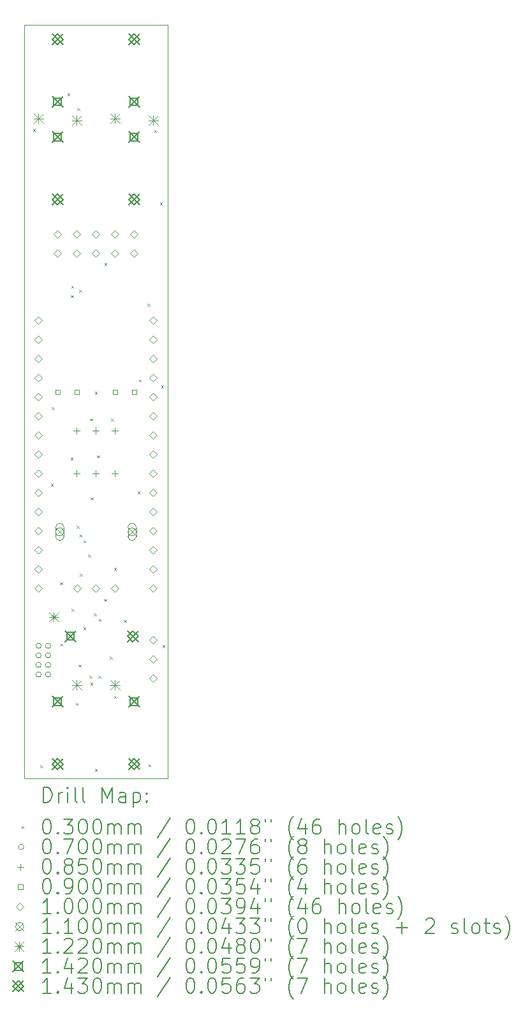
<source format=gbr>
%TF.GenerationSoftware,KiCad,Pcbnew,9.0.7*%
%TF.CreationDate,2026-01-04T21:44:44+01:00*%
%TF.ProjectId,board_B,626f6172-645f-4422-9e6b-696361645f70,rev?*%
%TF.SameCoordinates,Original*%
%TF.FileFunction,Drillmap*%
%TF.FilePolarity,Positive*%
%FSLAX45Y45*%
G04 Gerber Fmt 4.5, Leading zero omitted, Abs format (unit mm)*
G04 Created by KiCad (PCBNEW 9.0.7) date 2026-01-04 21:44:44*
%MOMM*%
%LPD*%
G01*
G04 APERTURE LIST*
%ADD10C,0.100000*%
%ADD11C,0.200000*%
%ADD12C,0.110000*%
%ADD13C,0.122000*%
%ADD14C,0.142000*%
%ADD15C,0.143000*%
G04 APERTURE END LIST*
D10*
X15952500Y-5000000D02*
X15952500Y-15000000D01*
X14047500Y-5000000D02*
X15952500Y-5000000D01*
X15952500Y-15000000D02*
X14047500Y-15000000D01*
X14047500Y-15000000D02*
X14047500Y-5000000D01*
D11*
D10*
X14165500Y-6382850D02*
X14195500Y-6412850D01*
X14195500Y-6382850D02*
X14165500Y-6412850D01*
X14261100Y-14823700D02*
X14291100Y-14853700D01*
X14291100Y-14823700D02*
X14261100Y-14853700D01*
X14400800Y-11089900D02*
X14430800Y-11119900D01*
X14430800Y-11089900D02*
X14400800Y-11119900D01*
X14413500Y-10073900D02*
X14443500Y-10103900D01*
X14443500Y-10073900D02*
X14413500Y-10103900D01*
X14524690Y-12396520D02*
X14554690Y-12426520D01*
X14554690Y-12396520D02*
X14524690Y-12426520D01*
X14530200Y-13210800D02*
X14560200Y-13240800D01*
X14560200Y-13210800D02*
X14530200Y-13240800D01*
X14623500Y-5908560D02*
X14653500Y-5938560D01*
X14653500Y-5908560D02*
X14623500Y-5938560D01*
X14663360Y-10741380D02*
X14693360Y-10771380D01*
X14693360Y-10741380D02*
X14663360Y-10771380D01*
X14667500Y-8588000D02*
X14697500Y-8618000D01*
X14697500Y-8588000D02*
X14667500Y-8618000D01*
X14671430Y-8461000D02*
X14701430Y-8491000D01*
X14701430Y-8461000D02*
X14671430Y-8491000D01*
X14678760Y-12747950D02*
X14708760Y-12777950D01*
X14708760Y-12747950D02*
X14678760Y-12777950D01*
X14731000Y-13998200D02*
X14761000Y-14028200D01*
X14761000Y-13998200D02*
X14731000Y-14028200D01*
X14744250Y-11646120D02*
X14774250Y-11676120D01*
X14774250Y-11646120D02*
X14744250Y-11676120D01*
X14754510Y-6101180D02*
X14784510Y-6131180D01*
X14784510Y-6101180D02*
X14754510Y-6131180D01*
X14769100Y-13490200D02*
X14799100Y-13520200D01*
X14799100Y-13490200D02*
X14769100Y-13520200D01*
X14780360Y-8516350D02*
X14810360Y-8546350D01*
X14810360Y-8516350D02*
X14780360Y-8546350D01*
X14781800Y-11763000D02*
X14811800Y-11793000D01*
X14811800Y-11763000D02*
X14781800Y-11793000D01*
X14787830Y-12282940D02*
X14817830Y-12312940D01*
X14817830Y-12282940D02*
X14787830Y-12312940D01*
X14832600Y-12994900D02*
X14862600Y-13024900D01*
X14862600Y-12994900D02*
X14832600Y-13024900D01*
X14834100Y-11837925D02*
X14864100Y-11867925D01*
X14864100Y-11837925D02*
X14834100Y-11867925D01*
X14896100Y-12029700D02*
X14926100Y-12059700D01*
X14926100Y-12029700D02*
X14896100Y-12059700D01*
X14914230Y-13639100D02*
X14944230Y-13669100D01*
X14944230Y-13639100D02*
X14914230Y-13669100D01*
X14921500Y-10219610D02*
X14951500Y-10249610D01*
X14951500Y-10219610D02*
X14921500Y-10249610D01*
X14925280Y-13732710D02*
X14955280Y-13762710D01*
X14955280Y-13732710D02*
X14925280Y-13762710D01*
X14930590Y-11271330D02*
X14960590Y-11301330D01*
X14960590Y-11271330D02*
X14930590Y-11301330D01*
X14971490Y-12807950D02*
X15001490Y-12837950D01*
X15001490Y-12807950D02*
X14971490Y-12837950D01*
X14985000Y-9870700D02*
X15015000Y-9900700D01*
X15015000Y-9870700D02*
X14985000Y-9900700D01*
X14985000Y-14874500D02*
X15015000Y-14904500D01*
X15015000Y-14874500D02*
X14985000Y-14904500D01*
X15016460Y-10711990D02*
X15046460Y-10741990D01*
X15046460Y-10711990D02*
X15016460Y-10741990D01*
X15034410Y-13639100D02*
X15064410Y-13669100D01*
X15064410Y-13639100D02*
X15034410Y-13669100D01*
X15035800Y-12880600D02*
X15065800Y-12910600D01*
X15065800Y-12880600D02*
X15035800Y-12910600D01*
X15108210Y-12616780D02*
X15138210Y-12646780D01*
X15138210Y-12616780D02*
X15108210Y-12646780D01*
X15112000Y-8159080D02*
X15142000Y-8189080D01*
X15142000Y-8159080D02*
X15112000Y-8189080D01*
X15182960Y-13383790D02*
X15212960Y-13413790D01*
X15212960Y-13383790D02*
X15182960Y-13413790D01*
X15200900Y-10226300D02*
X15230900Y-10256300D01*
X15230900Y-10226300D02*
X15200900Y-10256300D01*
X15239000Y-12207500D02*
X15269000Y-12237500D01*
X15269000Y-12207500D02*
X15239000Y-12237500D01*
X15239000Y-13905850D02*
X15269000Y-13935850D01*
X15269000Y-13905850D02*
X15239000Y-13935850D01*
X15370940Y-12894990D02*
X15400940Y-12924990D01*
X15400940Y-12894990D02*
X15370940Y-12924990D01*
X15551960Y-11191500D02*
X15581960Y-11221500D01*
X15581960Y-11191500D02*
X15551960Y-11221500D01*
X15569200Y-9705600D02*
X15599200Y-9735600D01*
X15599200Y-9705600D02*
X15569200Y-9735600D01*
X15683500Y-8702300D02*
X15713500Y-8732300D01*
X15713500Y-8702300D02*
X15683500Y-8732300D01*
X15696200Y-14811000D02*
X15726200Y-14841000D01*
X15726200Y-14811000D02*
X15696200Y-14841000D01*
X15773760Y-6395550D02*
X15803760Y-6425550D01*
X15803760Y-6395550D02*
X15773760Y-6425550D01*
X15848600Y-7356100D02*
X15878600Y-7386100D01*
X15878600Y-7356100D02*
X15848600Y-7386100D01*
X15865240Y-9784740D02*
X15895240Y-9814740D01*
X15895240Y-9784740D02*
X15865240Y-9814740D01*
X15884250Y-13229520D02*
X15914250Y-13259520D01*
X15914250Y-13229520D02*
X15884250Y-13259520D01*
X14273000Y-13238500D02*
G75*
G02*
X14203000Y-13238500I-35000J0D01*
G01*
X14203000Y-13238500D02*
G75*
G02*
X14273000Y-13238500I35000J0D01*
G01*
X14273000Y-13365500D02*
G75*
G02*
X14203000Y-13365500I-35000J0D01*
G01*
X14203000Y-13365500D02*
G75*
G02*
X14273000Y-13365500I35000J0D01*
G01*
X14273000Y-13492500D02*
G75*
G02*
X14203000Y-13492500I-35000J0D01*
G01*
X14203000Y-13492500D02*
G75*
G02*
X14273000Y-13492500I35000J0D01*
G01*
X14273000Y-13619500D02*
G75*
G02*
X14203000Y-13619500I-35000J0D01*
G01*
X14203000Y-13619500D02*
G75*
G02*
X14273000Y-13619500I35000J0D01*
G01*
X14400000Y-13238500D02*
G75*
G02*
X14330000Y-13238500I-35000J0D01*
G01*
X14330000Y-13238500D02*
G75*
G02*
X14400000Y-13238500I35000J0D01*
G01*
X14400000Y-13365500D02*
G75*
G02*
X14330000Y-13365500I-35000J0D01*
G01*
X14330000Y-13365500D02*
G75*
G02*
X14400000Y-13365500I35000J0D01*
G01*
X14400000Y-13492500D02*
G75*
G02*
X14330000Y-13492500I-35000J0D01*
G01*
X14330000Y-13492500D02*
G75*
G02*
X14400000Y-13492500I35000J0D01*
G01*
X14400000Y-13619500D02*
G75*
G02*
X14330000Y-13619500I-35000J0D01*
G01*
X14330000Y-13619500D02*
G75*
G02*
X14400000Y-13619500I35000J0D01*
G01*
X14746000Y-10338500D02*
X14746000Y-10423500D01*
X14703500Y-10381000D02*
X14788500Y-10381000D01*
X14746000Y-10910000D02*
X14746000Y-10995000D01*
X14703500Y-10952500D02*
X14788500Y-10952500D01*
X15000000Y-10338500D02*
X15000000Y-10423500D01*
X14957500Y-10381000D02*
X15042500Y-10381000D01*
X15000000Y-10910000D02*
X15000000Y-10995000D01*
X14957500Y-10952500D02*
X15042500Y-10952500D01*
X15254000Y-10338500D02*
X15254000Y-10423500D01*
X15211500Y-10381000D02*
X15296500Y-10381000D01*
X15254000Y-10910000D02*
X15254000Y-10995000D01*
X15211500Y-10952500D02*
X15296500Y-10952500D01*
X14523820Y-9904820D02*
X14523820Y-9841180D01*
X14460180Y-9841180D01*
X14460180Y-9904820D01*
X14523820Y-9904820D01*
X14777820Y-9904820D02*
X14777820Y-9841180D01*
X14714180Y-9841180D01*
X14714180Y-9904820D01*
X14777820Y-9904820D01*
X15285820Y-9904820D02*
X15285820Y-9841180D01*
X15222180Y-9841180D01*
X15222180Y-9904820D01*
X15285820Y-9904820D01*
X15539820Y-9904820D02*
X15539820Y-9841180D01*
X15476180Y-9841180D01*
X15476180Y-9904820D01*
X15539820Y-9904820D01*
X14238000Y-8970500D02*
X14288000Y-8920500D01*
X14238000Y-8870500D01*
X14188000Y-8920500D01*
X14238000Y-8970500D01*
X14238000Y-9224500D02*
X14288000Y-9174500D01*
X14238000Y-9124500D01*
X14188000Y-9174500D01*
X14238000Y-9224500D01*
X14238000Y-9478500D02*
X14288000Y-9428500D01*
X14238000Y-9378500D01*
X14188000Y-9428500D01*
X14238000Y-9478500D01*
X14238000Y-9732500D02*
X14288000Y-9682500D01*
X14238000Y-9632500D01*
X14188000Y-9682500D01*
X14238000Y-9732500D01*
X14238000Y-9986500D02*
X14288000Y-9936500D01*
X14238000Y-9886500D01*
X14188000Y-9936500D01*
X14238000Y-9986500D01*
X14238000Y-10240500D02*
X14288000Y-10190500D01*
X14238000Y-10140500D01*
X14188000Y-10190500D01*
X14238000Y-10240500D01*
X14238000Y-10494500D02*
X14288000Y-10444500D01*
X14238000Y-10394500D01*
X14188000Y-10444500D01*
X14238000Y-10494500D01*
X14238000Y-10748500D02*
X14288000Y-10698500D01*
X14238000Y-10648500D01*
X14188000Y-10698500D01*
X14238000Y-10748500D01*
X14238000Y-11002500D02*
X14288000Y-10952500D01*
X14238000Y-10902500D01*
X14188000Y-10952500D01*
X14238000Y-11002500D01*
X14238000Y-11256500D02*
X14288000Y-11206500D01*
X14238000Y-11156500D01*
X14188000Y-11206500D01*
X14238000Y-11256500D01*
X14238000Y-11510500D02*
X14288000Y-11460500D01*
X14238000Y-11410500D01*
X14188000Y-11460500D01*
X14238000Y-11510500D01*
X14238000Y-11764500D02*
X14288000Y-11714500D01*
X14238000Y-11664500D01*
X14188000Y-11714500D01*
X14238000Y-11764500D01*
X14238000Y-12018500D02*
X14288000Y-11968500D01*
X14238000Y-11918500D01*
X14188000Y-11968500D01*
X14238000Y-12018500D01*
X14238000Y-12272500D02*
X14288000Y-12222500D01*
X14238000Y-12172500D01*
X14188000Y-12222500D01*
X14238000Y-12272500D01*
X14238000Y-12526500D02*
X14288000Y-12476500D01*
X14238000Y-12426500D01*
X14188000Y-12476500D01*
X14238000Y-12526500D01*
X14492000Y-7827500D02*
X14542000Y-7777500D01*
X14492000Y-7727500D01*
X14442000Y-7777500D01*
X14492000Y-7827500D01*
X14492000Y-8081500D02*
X14542000Y-8031500D01*
X14492000Y-7981500D01*
X14442000Y-8031500D01*
X14492000Y-8081500D01*
X14746000Y-7827500D02*
X14796000Y-7777500D01*
X14746000Y-7727500D01*
X14696000Y-7777500D01*
X14746000Y-7827500D01*
X14746000Y-8081500D02*
X14796000Y-8031500D01*
X14746000Y-7981500D01*
X14696000Y-8031500D01*
X14746000Y-8081500D01*
X14750000Y-12527500D02*
X14800000Y-12477500D01*
X14750000Y-12427500D01*
X14700000Y-12477500D01*
X14750000Y-12527500D01*
X15000000Y-7827500D02*
X15050000Y-7777500D01*
X15000000Y-7727500D01*
X14950000Y-7777500D01*
X15000000Y-7827500D01*
X15000000Y-8081500D02*
X15050000Y-8031500D01*
X15000000Y-7981500D01*
X14950000Y-8031500D01*
X15000000Y-8081500D01*
X15000000Y-12527500D02*
X15050000Y-12477500D01*
X15000000Y-12427500D01*
X14950000Y-12477500D01*
X15000000Y-12527500D01*
X15250000Y-12527500D02*
X15300000Y-12477500D01*
X15250000Y-12427500D01*
X15200000Y-12477500D01*
X15250000Y-12527500D01*
X15254000Y-7827500D02*
X15304000Y-7777500D01*
X15254000Y-7727500D01*
X15204000Y-7777500D01*
X15254000Y-7827500D01*
X15254000Y-8081500D02*
X15304000Y-8031500D01*
X15254000Y-7981500D01*
X15204000Y-8031500D01*
X15254000Y-8081500D01*
X15508000Y-7827500D02*
X15558000Y-7777500D01*
X15508000Y-7727500D01*
X15458000Y-7777500D01*
X15508000Y-7827500D01*
X15508000Y-8081500D02*
X15558000Y-8031500D01*
X15508000Y-7981500D01*
X15458000Y-8031500D01*
X15508000Y-8081500D01*
X15762000Y-8970500D02*
X15812000Y-8920500D01*
X15762000Y-8870500D01*
X15712000Y-8920500D01*
X15762000Y-8970500D01*
X15762000Y-9224500D02*
X15812000Y-9174500D01*
X15762000Y-9124500D01*
X15712000Y-9174500D01*
X15762000Y-9224500D01*
X15762000Y-9478500D02*
X15812000Y-9428500D01*
X15762000Y-9378500D01*
X15712000Y-9428500D01*
X15762000Y-9478500D01*
X15762000Y-9732500D02*
X15812000Y-9682500D01*
X15762000Y-9632500D01*
X15712000Y-9682500D01*
X15762000Y-9732500D01*
X15762000Y-9986500D02*
X15812000Y-9936500D01*
X15762000Y-9886500D01*
X15712000Y-9936500D01*
X15762000Y-9986500D01*
X15762000Y-10240500D02*
X15812000Y-10190500D01*
X15762000Y-10140500D01*
X15712000Y-10190500D01*
X15762000Y-10240500D01*
X15762000Y-10494500D02*
X15812000Y-10444500D01*
X15762000Y-10394500D01*
X15712000Y-10444500D01*
X15762000Y-10494500D01*
X15762000Y-10748500D02*
X15812000Y-10698500D01*
X15762000Y-10648500D01*
X15712000Y-10698500D01*
X15762000Y-10748500D01*
X15762000Y-11002500D02*
X15812000Y-10952500D01*
X15762000Y-10902500D01*
X15712000Y-10952500D01*
X15762000Y-11002500D01*
X15762000Y-11256500D02*
X15812000Y-11206500D01*
X15762000Y-11156500D01*
X15712000Y-11206500D01*
X15762000Y-11256500D01*
X15762000Y-11510500D02*
X15812000Y-11460500D01*
X15762000Y-11410500D01*
X15712000Y-11460500D01*
X15762000Y-11510500D01*
X15762000Y-11764500D02*
X15812000Y-11714500D01*
X15762000Y-11664500D01*
X15712000Y-11714500D01*
X15762000Y-11764500D01*
X15762000Y-12018500D02*
X15812000Y-11968500D01*
X15762000Y-11918500D01*
X15712000Y-11968500D01*
X15762000Y-12018500D01*
X15762000Y-12272500D02*
X15812000Y-12222500D01*
X15762000Y-12172500D01*
X15712000Y-12222500D01*
X15762000Y-12272500D01*
X15762000Y-12526500D02*
X15812000Y-12476500D01*
X15762000Y-12426500D01*
X15712000Y-12476500D01*
X15762000Y-12526500D01*
X15762000Y-13212300D02*
X15812000Y-13162300D01*
X15762000Y-13112300D01*
X15712000Y-13162300D01*
X15762000Y-13212300D01*
X15762000Y-13466300D02*
X15812000Y-13416300D01*
X15762000Y-13366300D01*
X15712000Y-13416300D01*
X15762000Y-13466300D01*
X15762000Y-13720300D02*
X15812000Y-13670300D01*
X15762000Y-13620300D01*
X15712000Y-13670300D01*
X15762000Y-13720300D01*
D12*
X14465000Y-11672500D02*
X14575000Y-11782500D01*
X14575000Y-11672500D02*
X14465000Y-11782500D01*
X14575000Y-11727500D02*
G75*
G02*
X14465000Y-11727500I-55000J0D01*
G01*
X14465000Y-11727500D02*
G75*
G02*
X14575000Y-11727500I55000J0D01*
G01*
D10*
X14465000Y-11667500D02*
X14465000Y-11787500D01*
X14575000Y-11787500D02*
G75*
G02*
X14465000Y-11787500I-55000J0D01*
G01*
X14575000Y-11787500D02*
X14575000Y-11667500D01*
X14575000Y-11667500D02*
G75*
G03*
X14465000Y-11667500I-55000J0D01*
G01*
D12*
X15425000Y-11672500D02*
X15535000Y-11782500D01*
X15535000Y-11672500D02*
X15425000Y-11782500D01*
X15535000Y-11727500D02*
G75*
G02*
X15425000Y-11727500I-55000J0D01*
G01*
X15425000Y-11727500D02*
G75*
G02*
X15535000Y-11727500I55000J0D01*
G01*
D10*
X15425000Y-11667500D02*
X15425000Y-11787500D01*
X15535000Y-11787500D02*
G75*
G02*
X15425000Y-11787500I-55000J0D01*
G01*
X15535000Y-11787500D02*
X15535000Y-11667500D01*
X15535000Y-11667500D02*
G75*
G03*
X15425000Y-11667500I-55000J0D01*
G01*
D13*
X14177000Y-6179800D02*
X14299000Y-6301800D01*
X14299000Y-6179800D02*
X14177000Y-6301800D01*
X14238000Y-6179800D02*
X14238000Y-6301800D01*
X14177000Y-6240800D02*
X14299000Y-6240800D01*
X14380200Y-12796500D02*
X14502200Y-12918500D01*
X14502200Y-12796500D02*
X14380200Y-12918500D01*
X14441200Y-12796500D02*
X14441200Y-12918500D01*
X14380200Y-12857500D02*
X14502200Y-12857500D01*
X14685000Y-6205200D02*
X14807000Y-6327200D01*
X14807000Y-6205200D02*
X14685000Y-6327200D01*
X14746000Y-6205200D02*
X14746000Y-6327200D01*
X14685000Y-6266200D02*
X14807000Y-6266200D01*
X14685000Y-13698200D02*
X14807000Y-13820200D01*
X14807000Y-13698200D02*
X14685000Y-13820200D01*
X14746000Y-13698200D02*
X14746000Y-13820200D01*
X14685000Y-13759200D02*
X14807000Y-13759200D01*
X15193000Y-6179800D02*
X15315000Y-6301800D01*
X15315000Y-6179800D02*
X15193000Y-6301800D01*
X15254000Y-6179800D02*
X15254000Y-6301800D01*
X15193000Y-6240800D02*
X15315000Y-6240800D01*
X15193000Y-13698200D02*
X15315000Y-13820200D01*
X15315000Y-13698200D02*
X15193000Y-13820200D01*
X15254000Y-13698200D02*
X15254000Y-13820200D01*
X15193000Y-13759200D02*
X15315000Y-13759200D01*
X15701000Y-6205200D02*
X15823000Y-6327200D01*
X15823000Y-6205200D02*
X15701000Y-6327200D01*
X15762000Y-6205200D02*
X15762000Y-6327200D01*
X15701000Y-6266200D02*
X15823000Y-6266200D01*
D14*
X14421000Y-5949000D02*
X14563000Y-6091000D01*
X14563000Y-5949000D02*
X14421000Y-6091000D01*
X14542205Y-6070205D02*
X14542205Y-5969795D01*
X14441795Y-5969795D01*
X14441795Y-6070205D01*
X14542205Y-6070205D01*
X14421000Y-6416000D02*
X14563000Y-6558000D01*
X14563000Y-6416000D02*
X14421000Y-6558000D01*
X14542205Y-6537205D02*
X14542205Y-6436795D01*
X14441795Y-6436795D01*
X14441795Y-6537205D01*
X14542205Y-6537205D01*
X14421000Y-13909000D02*
X14563000Y-14051000D01*
X14563000Y-13909000D02*
X14421000Y-14051000D01*
X14542205Y-14030205D02*
X14542205Y-13929795D01*
X14441795Y-13929795D01*
X14441795Y-14030205D01*
X14542205Y-14030205D01*
X14591000Y-13040500D02*
X14733000Y-13182500D01*
X14733000Y-13040500D02*
X14591000Y-13182500D01*
X14712205Y-13161705D02*
X14712205Y-13061295D01*
X14611795Y-13061295D01*
X14611795Y-13161705D01*
X14712205Y-13161705D01*
X15437000Y-5949000D02*
X15579000Y-6091000D01*
X15579000Y-5949000D02*
X15437000Y-6091000D01*
X15558205Y-6070205D02*
X15558205Y-5969795D01*
X15457795Y-5969795D01*
X15457795Y-6070205D01*
X15558205Y-6070205D01*
X15437000Y-6416000D02*
X15579000Y-6558000D01*
X15579000Y-6416000D02*
X15437000Y-6558000D01*
X15558205Y-6537205D02*
X15558205Y-6436795D01*
X15457795Y-6436795D01*
X15457795Y-6537205D01*
X15558205Y-6537205D01*
X15437000Y-13909000D02*
X15579000Y-14051000D01*
X15579000Y-13909000D02*
X15437000Y-14051000D01*
X15558205Y-14030205D02*
X15558205Y-13929795D01*
X15457795Y-13929795D01*
X15457795Y-14030205D01*
X15558205Y-14030205D01*
D15*
X14420500Y-5118500D02*
X14563500Y-5261500D01*
X14563500Y-5118500D02*
X14420500Y-5261500D01*
X14492000Y-5261500D02*
X14563500Y-5190000D01*
X14492000Y-5118500D01*
X14420500Y-5190000D01*
X14492000Y-5261500D01*
X14420500Y-7245500D02*
X14563500Y-7388500D01*
X14563500Y-7245500D02*
X14420500Y-7388500D01*
X14492000Y-7388500D02*
X14563500Y-7317000D01*
X14492000Y-7245500D01*
X14420500Y-7317000D01*
X14492000Y-7388500D01*
X14420500Y-14738500D02*
X14563500Y-14881500D01*
X14563500Y-14738500D02*
X14420500Y-14881500D01*
X14492000Y-14881500D02*
X14563500Y-14810000D01*
X14492000Y-14738500D01*
X14420500Y-14810000D01*
X14492000Y-14881500D01*
X15420500Y-13040000D02*
X15563500Y-13183000D01*
X15563500Y-13040000D02*
X15420500Y-13183000D01*
X15492000Y-13183000D02*
X15563500Y-13111500D01*
X15492000Y-13040000D01*
X15420500Y-13111500D01*
X15492000Y-13183000D01*
X15436500Y-5118500D02*
X15579500Y-5261500D01*
X15579500Y-5118500D02*
X15436500Y-5261500D01*
X15508000Y-5261500D02*
X15579500Y-5190000D01*
X15508000Y-5118500D01*
X15436500Y-5190000D01*
X15508000Y-5261500D01*
X15436500Y-7245500D02*
X15579500Y-7388500D01*
X15579500Y-7245500D02*
X15436500Y-7388500D01*
X15508000Y-7388500D02*
X15579500Y-7317000D01*
X15508000Y-7245500D01*
X15436500Y-7317000D01*
X15508000Y-7388500D01*
X15436500Y-14738500D02*
X15579500Y-14881500D01*
X15579500Y-14738500D02*
X15436500Y-14881500D01*
X15508000Y-14881500D02*
X15579500Y-14810000D01*
X15508000Y-14738500D01*
X15436500Y-14810000D01*
X15508000Y-14881500D01*
D11*
X14303277Y-15316484D02*
X14303277Y-15116484D01*
X14303277Y-15116484D02*
X14350896Y-15116484D01*
X14350896Y-15116484D02*
X14379467Y-15126008D01*
X14379467Y-15126008D02*
X14398515Y-15145055D01*
X14398515Y-15145055D02*
X14408039Y-15164103D01*
X14408039Y-15164103D02*
X14417562Y-15202198D01*
X14417562Y-15202198D02*
X14417562Y-15230769D01*
X14417562Y-15230769D02*
X14408039Y-15268865D01*
X14408039Y-15268865D02*
X14398515Y-15287912D01*
X14398515Y-15287912D02*
X14379467Y-15306960D01*
X14379467Y-15306960D02*
X14350896Y-15316484D01*
X14350896Y-15316484D02*
X14303277Y-15316484D01*
X14503277Y-15316484D02*
X14503277Y-15183150D01*
X14503277Y-15221246D02*
X14512801Y-15202198D01*
X14512801Y-15202198D02*
X14522324Y-15192674D01*
X14522324Y-15192674D02*
X14541372Y-15183150D01*
X14541372Y-15183150D02*
X14560420Y-15183150D01*
X14627086Y-15316484D02*
X14627086Y-15183150D01*
X14627086Y-15116484D02*
X14617562Y-15126008D01*
X14617562Y-15126008D02*
X14627086Y-15135531D01*
X14627086Y-15135531D02*
X14636610Y-15126008D01*
X14636610Y-15126008D02*
X14627086Y-15116484D01*
X14627086Y-15116484D02*
X14627086Y-15135531D01*
X14750896Y-15316484D02*
X14731848Y-15306960D01*
X14731848Y-15306960D02*
X14722324Y-15287912D01*
X14722324Y-15287912D02*
X14722324Y-15116484D01*
X14855658Y-15316484D02*
X14836610Y-15306960D01*
X14836610Y-15306960D02*
X14827086Y-15287912D01*
X14827086Y-15287912D02*
X14827086Y-15116484D01*
X15084229Y-15316484D02*
X15084229Y-15116484D01*
X15084229Y-15116484D02*
X15150896Y-15259341D01*
X15150896Y-15259341D02*
X15217562Y-15116484D01*
X15217562Y-15116484D02*
X15217562Y-15316484D01*
X15398515Y-15316484D02*
X15398515Y-15211722D01*
X15398515Y-15211722D02*
X15388991Y-15192674D01*
X15388991Y-15192674D02*
X15369943Y-15183150D01*
X15369943Y-15183150D02*
X15331848Y-15183150D01*
X15331848Y-15183150D02*
X15312801Y-15192674D01*
X15398515Y-15306960D02*
X15379467Y-15316484D01*
X15379467Y-15316484D02*
X15331848Y-15316484D01*
X15331848Y-15316484D02*
X15312801Y-15306960D01*
X15312801Y-15306960D02*
X15303277Y-15287912D01*
X15303277Y-15287912D02*
X15303277Y-15268865D01*
X15303277Y-15268865D02*
X15312801Y-15249817D01*
X15312801Y-15249817D02*
X15331848Y-15240293D01*
X15331848Y-15240293D02*
X15379467Y-15240293D01*
X15379467Y-15240293D02*
X15398515Y-15230769D01*
X15493753Y-15183150D02*
X15493753Y-15383150D01*
X15493753Y-15192674D02*
X15512801Y-15183150D01*
X15512801Y-15183150D02*
X15550896Y-15183150D01*
X15550896Y-15183150D02*
X15569943Y-15192674D01*
X15569943Y-15192674D02*
X15579467Y-15202198D01*
X15579467Y-15202198D02*
X15588991Y-15221246D01*
X15588991Y-15221246D02*
X15588991Y-15278388D01*
X15588991Y-15278388D02*
X15579467Y-15297436D01*
X15579467Y-15297436D02*
X15569943Y-15306960D01*
X15569943Y-15306960D02*
X15550896Y-15316484D01*
X15550896Y-15316484D02*
X15512801Y-15316484D01*
X15512801Y-15316484D02*
X15493753Y-15306960D01*
X15674705Y-15297436D02*
X15684229Y-15306960D01*
X15684229Y-15306960D02*
X15674705Y-15316484D01*
X15674705Y-15316484D02*
X15665182Y-15306960D01*
X15665182Y-15306960D02*
X15674705Y-15297436D01*
X15674705Y-15297436D02*
X15674705Y-15316484D01*
X15674705Y-15192674D02*
X15684229Y-15202198D01*
X15684229Y-15202198D02*
X15674705Y-15211722D01*
X15674705Y-15211722D02*
X15665182Y-15202198D01*
X15665182Y-15202198D02*
X15674705Y-15192674D01*
X15674705Y-15192674D02*
X15674705Y-15211722D01*
D10*
X14012500Y-15630000D02*
X14042500Y-15660000D01*
X14042500Y-15630000D02*
X14012500Y-15660000D01*
D11*
X14341372Y-15536484D02*
X14360420Y-15536484D01*
X14360420Y-15536484D02*
X14379467Y-15546008D01*
X14379467Y-15546008D02*
X14388991Y-15555531D01*
X14388991Y-15555531D02*
X14398515Y-15574579D01*
X14398515Y-15574579D02*
X14408039Y-15612674D01*
X14408039Y-15612674D02*
X14408039Y-15660293D01*
X14408039Y-15660293D02*
X14398515Y-15698388D01*
X14398515Y-15698388D02*
X14388991Y-15717436D01*
X14388991Y-15717436D02*
X14379467Y-15726960D01*
X14379467Y-15726960D02*
X14360420Y-15736484D01*
X14360420Y-15736484D02*
X14341372Y-15736484D01*
X14341372Y-15736484D02*
X14322324Y-15726960D01*
X14322324Y-15726960D02*
X14312801Y-15717436D01*
X14312801Y-15717436D02*
X14303277Y-15698388D01*
X14303277Y-15698388D02*
X14293753Y-15660293D01*
X14293753Y-15660293D02*
X14293753Y-15612674D01*
X14293753Y-15612674D02*
X14303277Y-15574579D01*
X14303277Y-15574579D02*
X14312801Y-15555531D01*
X14312801Y-15555531D02*
X14322324Y-15546008D01*
X14322324Y-15546008D02*
X14341372Y-15536484D01*
X14493753Y-15717436D02*
X14503277Y-15726960D01*
X14503277Y-15726960D02*
X14493753Y-15736484D01*
X14493753Y-15736484D02*
X14484229Y-15726960D01*
X14484229Y-15726960D02*
X14493753Y-15717436D01*
X14493753Y-15717436D02*
X14493753Y-15736484D01*
X14569943Y-15536484D02*
X14693753Y-15536484D01*
X14693753Y-15536484D02*
X14627086Y-15612674D01*
X14627086Y-15612674D02*
X14655658Y-15612674D01*
X14655658Y-15612674D02*
X14674705Y-15622198D01*
X14674705Y-15622198D02*
X14684229Y-15631722D01*
X14684229Y-15631722D02*
X14693753Y-15650769D01*
X14693753Y-15650769D02*
X14693753Y-15698388D01*
X14693753Y-15698388D02*
X14684229Y-15717436D01*
X14684229Y-15717436D02*
X14674705Y-15726960D01*
X14674705Y-15726960D02*
X14655658Y-15736484D01*
X14655658Y-15736484D02*
X14598515Y-15736484D01*
X14598515Y-15736484D02*
X14579467Y-15726960D01*
X14579467Y-15726960D02*
X14569943Y-15717436D01*
X14817562Y-15536484D02*
X14836610Y-15536484D01*
X14836610Y-15536484D02*
X14855658Y-15546008D01*
X14855658Y-15546008D02*
X14865182Y-15555531D01*
X14865182Y-15555531D02*
X14874705Y-15574579D01*
X14874705Y-15574579D02*
X14884229Y-15612674D01*
X14884229Y-15612674D02*
X14884229Y-15660293D01*
X14884229Y-15660293D02*
X14874705Y-15698388D01*
X14874705Y-15698388D02*
X14865182Y-15717436D01*
X14865182Y-15717436D02*
X14855658Y-15726960D01*
X14855658Y-15726960D02*
X14836610Y-15736484D01*
X14836610Y-15736484D02*
X14817562Y-15736484D01*
X14817562Y-15736484D02*
X14798515Y-15726960D01*
X14798515Y-15726960D02*
X14788991Y-15717436D01*
X14788991Y-15717436D02*
X14779467Y-15698388D01*
X14779467Y-15698388D02*
X14769943Y-15660293D01*
X14769943Y-15660293D02*
X14769943Y-15612674D01*
X14769943Y-15612674D02*
X14779467Y-15574579D01*
X14779467Y-15574579D02*
X14788991Y-15555531D01*
X14788991Y-15555531D02*
X14798515Y-15546008D01*
X14798515Y-15546008D02*
X14817562Y-15536484D01*
X15008039Y-15536484D02*
X15027086Y-15536484D01*
X15027086Y-15536484D02*
X15046134Y-15546008D01*
X15046134Y-15546008D02*
X15055658Y-15555531D01*
X15055658Y-15555531D02*
X15065182Y-15574579D01*
X15065182Y-15574579D02*
X15074705Y-15612674D01*
X15074705Y-15612674D02*
X15074705Y-15660293D01*
X15074705Y-15660293D02*
X15065182Y-15698388D01*
X15065182Y-15698388D02*
X15055658Y-15717436D01*
X15055658Y-15717436D02*
X15046134Y-15726960D01*
X15046134Y-15726960D02*
X15027086Y-15736484D01*
X15027086Y-15736484D02*
X15008039Y-15736484D01*
X15008039Y-15736484D02*
X14988991Y-15726960D01*
X14988991Y-15726960D02*
X14979467Y-15717436D01*
X14979467Y-15717436D02*
X14969943Y-15698388D01*
X14969943Y-15698388D02*
X14960420Y-15660293D01*
X14960420Y-15660293D02*
X14960420Y-15612674D01*
X14960420Y-15612674D02*
X14969943Y-15574579D01*
X14969943Y-15574579D02*
X14979467Y-15555531D01*
X14979467Y-15555531D02*
X14988991Y-15546008D01*
X14988991Y-15546008D02*
X15008039Y-15536484D01*
X15160420Y-15736484D02*
X15160420Y-15603150D01*
X15160420Y-15622198D02*
X15169943Y-15612674D01*
X15169943Y-15612674D02*
X15188991Y-15603150D01*
X15188991Y-15603150D02*
X15217563Y-15603150D01*
X15217563Y-15603150D02*
X15236610Y-15612674D01*
X15236610Y-15612674D02*
X15246134Y-15631722D01*
X15246134Y-15631722D02*
X15246134Y-15736484D01*
X15246134Y-15631722D02*
X15255658Y-15612674D01*
X15255658Y-15612674D02*
X15274705Y-15603150D01*
X15274705Y-15603150D02*
X15303277Y-15603150D01*
X15303277Y-15603150D02*
X15322324Y-15612674D01*
X15322324Y-15612674D02*
X15331848Y-15631722D01*
X15331848Y-15631722D02*
X15331848Y-15736484D01*
X15427086Y-15736484D02*
X15427086Y-15603150D01*
X15427086Y-15622198D02*
X15436610Y-15612674D01*
X15436610Y-15612674D02*
X15455658Y-15603150D01*
X15455658Y-15603150D02*
X15484229Y-15603150D01*
X15484229Y-15603150D02*
X15503277Y-15612674D01*
X15503277Y-15612674D02*
X15512801Y-15631722D01*
X15512801Y-15631722D02*
X15512801Y-15736484D01*
X15512801Y-15631722D02*
X15522324Y-15612674D01*
X15522324Y-15612674D02*
X15541372Y-15603150D01*
X15541372Y-15603150D02*
X15569943Y-15603150D01*
X15569943Y-15603150D02*
X15588991Y-15612674D01*
X15588991Y-15612674D02*
X15598515Y-15631722D01*
X15598515Y-15631722D02*
X15598515Y-15736484D01*
X15988991Y-15526960D02*
X15817563Y-15784103D01*
X16246134Y-15536484D02*
X16265182Y-15536484D01*
X16265182Y-15536484D02*
X16284229Y-15546008D01*
X16284229Y-15546008D02*
X16293753Y-15555531D01*
X16293753Y-15555531D02*
X16303277Y-15574579D01*
X16303277Y-15574579D02*
X16312801Y-15612674D01*
X16312801Y-15612674D02*
X16312801Y-15660293D01*
X16312801Y-15660293D02*
X16303277Y-15698388D01*
X16303277Y-15698388D02*
X16293753Y-15717436D01*
X16293753Y-15717436D02*
X16284229Y-15726960D01*
X16284229Y-15726960D02*
X16265182Y-15736484D01*
X16265182Y-15736484D02*
X16246134Y-15736484D01*
X16246134Y-15736484D02*
X16227086Y-15726960D01*
X16227086Y-15726960D02*
X16217563Y-15717436D01*
X16217563Y-15717436D02*
X16208039Y-15698388D01*
X16208039Y-15698388D02*
X16198515Y-15660293D01*
X16198515Y-15660293D02*
X16198515Y-15612674D01*
X16198515Y-15612674D02*
X16208039Y-15574579D01*
X16208039Y-15574579D02*
X16217563Y-15555531D01*
X16217563Y-15555531D02*
X16227086Y-15546008D01*
X16227086Y-15546008D02*
X16246134Y-15536484D01*
X16398515Y-15717436D02*
X16408039Y-15726960D01*
X16408039Y-15726960D02*
X16398515Y-15736484D01*
X16398515Y-15736484D02*
X16388991Y-15726960D01*
X16388991Y-15726960D02*
X16398515Y-15717436D01*
X16398515Y-15717436D02*
X16398515Y-15736484D01*
X16531848Y-15536484D02*
X16550896Y-15536484D01*
X16550896Y-15536484D02*
X16569944Y-15546008D01*
X16569944Y-15546008D02*
X16579467Y-15555531D01*
X16579467Y-15555531D02*
X16588991Y-15574579D01*
X16588991Y-15574579D02*
X16598515Y-15612674D01*
X16598515Y-15612674D02*
X16598515Y-15660293D01*
X16598515Y-15660293D02*
X16588991Y-15698388D01*
X16588991Y-15698388D02*
X16579467Y-15717436D01*
X16579467Y-15717436D02*
X16569944Y-15726960D01*
X16569944Y-15726960D02*
X16550896Y-15736484D01*
X16550896Y-15736484D02*
X16531848Y-15736484D01*
X16531848Y-15736484D02*
X16512801Y-15726960D01*
X16512801Y-15726960D02*
X16503277Y-15717436D01*
X16503277Y-15717436D02*
X16493753Y-15698388D01*
X16493753Y-15698388D02*
X16484229Y-15660293D01*
X16484229Y-15660293D02*
X16484229Y-15612674D01*
X16484229Y-15612674D02*
X16493753Y-15574579D01*
X16493753Y-15574579D02*
X16503277Y-15555531D01*
X16503277Y-15555531D02*
X16512801Y-15546008D01*
X16512801Y-15546008D02*
X16531848Y-15536484D01*
X16788991Y-15736484D02*
X16674706Y-15736484D01*
X16731848Y-15736484D02*
X16731848Y-15536484D01*
X16731848Y-15536484D02*
X16712801Y-15565055D01*
X16712801Y-15565055D02*
X16693753Y-15584103D01*
X16693753Y-15584103D02*
X16674706Y-15593627D01*
X16979468Y-15736484D02*
X16865182Y-15736484D01*
X16922325Y-15736484D02*
X16922325Y-15536484D01*
X16922325Y-15536484D02*
X16903277Y-15565055D01*
X16903277Y-15565055D02*
X16884229Y-15584103D01*
X16884229Y-15584103D02*
X16865182Y-15593627D01*
X17093753Y-15622198D02*
X17074706Y-15612674D01*
X17074706Y-15612674D02*
X17065182Y-15603150D01*
X17065182Y-15603150D02*
X17055658Y-15584103D01*
X17055658Y-15584103D02*
X17055658Y-15574579D01*
X17055658Y-15574579D02*
X17065182Y-15555531D01*
X17065182Y-15555531D02*
X17074706Y-15546008D01*
X17074706Y-15546008D02*
X17093753Y-15536484D01*
X17093753Y-15536484D02*
X17131849Y-15536484D01*
X17131849Y-15536484D02*
X17150896Y-15546008D01*
X17150896Y-15546008D02*
X17160420Y-15555531D01*
X17160420Y-15555531D02*
X17169944Y-15574579D01*
X17169944Y-15574579D02*
X17169944Y-15584103D01*
X17169944Y-15584103D02*
X17160420Y-15603150D01*
X17160420Y-15603150D02*
X17150896Y-15612674D01*
X17150896Y-15612674D02*
X17131849Y-15622198D01*
X17131849Y-15622198D02*
X17093753Y-15622198D01*
X17093753Y-15622198D02*
X17074706Y-15631722D01*
X17074706Y-15631722D02*
X17065182Y-15641246D01*
X17065182Y-15641246D02*
X17055658Y-15660293D01*
X17055658Y-15660293D02*
X17055658Y-15698388D01*
X17055658Y-15698388D02*
X17065182Y-15717436D01*
X17065182Y-15717436D02*
X17074706Y-15726960D01*
X17074706Y-15726960D02*
X17093753Y-15736484D01*
X17093753Y-15736484D02*
X17131849Y-15736484D01*
X17131849Y-15736484D02*
X17150896Y-15726960D01*
X17150896Y-15726960D02*
X17160420Y-15717436D01*
X17160420Y-15717436D02*
X17169944Y-15698388D01*
X17169944Y-15698388D02*
X17169944Y-15660293D01*
X17169944Y-15660293D02*
X17160420Y-15641246D01*
X17160420Y-15641246D02*
X17150896Y-15631722D01*
X17150896Y-15631722D02*
X17131849Y-15622198D01*
X17246134Y-15536484D02*
X17246134Y-15574579D01*
X17322325Y-15536484D02*
X17322325Y-15574579D01*
X17617563Y-15812674D02*
X17608039Y-15803150D01*
X17608039Y-15803150D02*
X17588991Y-15774579D01*
X17588991Y-15774579D02*
X17579468Y-15755531D01*
X17579468Y-15755531D02*
X17569944Y-15726960D01*
X17569944Y-15726960D02*
X17560420Y-15679341D01*
X17560420Y-15679341D02*
X17560420Y-15641246D01*
X17560420Y-15641246D02*
X17569944Y-15593627D01*
X17569944Y-15593627D02*
X17579468Y-15565055D01*
X17579468Y-15565055D02*
X17588991Y-15546008D01*
X17588991Y-15546008D02*
X17608039Y-15517436D01*
X17608039Y-15517436D02*
X17617563Y-15507912D01*
X17779468Y-15603150D02*
X17779468Y-15736484D01*
X17731849Y-15526960D02*
X17684230Y-15669817D01*
X17684230Y-15669817D02*
X17808039Y-15669817D01*
X17969944Y-15536484D02*
X17931849Y-15536484D01*
X17931849Y-15536484D02*
X17912801Y-15546008D01*
X17912801Y-15546008D02*
X17903277Y-15555531D01*
X17903277Y-15555531D02*
X17884230Y-15584103D01*
X17884230Y-15584103D02*
X17874706Y-15622198D01*
X17874706Y-15622198D02*
X17874706Y-15698388D01*
X17874706Y-15698388D02*
X17884230Y-15717436D01*
X17884230Y-15717436D02*
X17893753Y-15726960D01*
X17893753Y-15726960D02*
X17912801Y-15736484D01*
X17912801Y-15736484D02*
X17950896Y-15736484D01*
X17950896Y-15736484D02*
X17969944Y-15726960D01*
X17969944Y-15726960D02*
X17979468Y-15717436D01*
X17979468Y-15717436D02*
X17988991Y-15698388D01*
X17988991Y-15698388D02*
X17988991Y-15650769D01*
X17988991Y-15650769D02*
X17979468Y-15631722D01*
X17979468Y-15631722D02*
X17969944Y-15622198D01*
X17969944Y-15622198D02*
X17950896Y-15612674D01*
X17950896Y-15612674D02*
X17912801Y-15612674D01*
X17912801Y-15612674D02*
X17893753Y-15622198D01*
X17893753Y-15622198D02*
X17884230Y-15631722D01*
X17884230Y-15631722D02*
X17874706Y-15650769D01*
X18227087Y-15736484D02*
X18227087Y-15536484D01*
X18312801Y-15736484D02*
X18312801Y-15631722D01*
X18312801Y-15631722D02*
X18303277Y-15612674D01*
X18303277Y-15612674D02*
X18284230Y-15603150D01*
X18284230Y-15603150D02*
X18255658Y-15603150D01*
X18255658Y-15603150D02*
X18236611Y-15612674D01*
X18236611Y-15612674D02*
X18227087Y-15622198D01*
X18436611Y-15736484D02*
X18417563Y-15726960D01*
X18417563Y-15726960D02*
X18408039Y-15717436D01*
X18408039Y-15717436D02*
X18398515Y-15698388D01*
X18398515Y-15698388D02*
X18398515Y-15641246D01*
X18398515Y-15641246D02*
X18408039Y-15622198D01*
X18408039Y-15622198D02*
X18417563Y-15612674D01*
X18417563Y-15612674D02*
X18436611Y-15603150D01*
X18436611Y-15603150D02*
X18465182Y-15603150D01*
X18465182Y-15603150D02*
X18484230Y-15612674D01*
X18484230Y-15612674D02*
X18493753Y-15622198D01*
X18493753Y-15622198D02*
X18503277Y-15641246D01*
X18503277Y-15641246D02*
X18503277Y-15698388D01*
X18503277Y-15698388D02*
X18493753Y-15717436D01*
X18493753Y-15717436D02*
X18484230Y-15726960D01*
X18484230Y-15726960D02*
X18465182Y-15736484D01*
X18465182Y-15736484D02*
X18436611Y-15736484D01*
X18617563Y-15736484D02*
X18598515Y-15726960D01*
X18598515Y-15726960D02*
X18588992Y-15707912D01*
X18588992Y-15707912D02*
X18588992Y-15536484D01*
X18769944Y-15726960D02*
X18750896Y-15736484D01*
X18750896Y-15736484D02*
X18712801Y-15736484D01*
X18712801Y-15736484D02*
X18693753Y-15726960D01*
X18693753Y-15726960D02*
X18684230Y-15707912D01*
X18684230Y-15707912D02*
X18684230Y-15631722D01*
X18684230Y-15631722D02*
X18693753Y-15612674D01*
X18693753Y-15612674D02*
X18712801Y-15603150D01*
X18712801Y-15603150D02*
X18750896Y-15603150D01*
X18750896Y-15603150D02*
X18769944Y-15612674D01*
X18769944Y-15612674D02*
X18779468Y-15631722D01*
X18779468Y-15631722D02*
X18779468Y-15650769D01*
X18779468Y-15650769D02*
X18684230Y-15669817D01*
X18855658Y-15726960D02*
X18874706Y-15736484D01*
X18874706Y-15736484D02*
X18912801Y-15736484D01*
X18912801Y-15736484D02*
X18931849Y-15726960D01*
X18931849Y-15726960D02*
X18941373Y-15707912D01*
X18941373Y-15707912D02*
X18941373Y-15698388D01*
X18941373Y-15698388D02*
X18931849Y-15679341D01*
X18931849Y-15679341D02*
X18912801Y-15669817D01*
X18912801Y-15669817D02*
X18884230Y-15669817D01*
X18884230Y-15669817D02*
X18865182Y-15660293D01*
X18865182Y-15660293D02*
X18855658Y-15641246D01*
X18855658Y-15641246D02*
X18855658Y-15631722D01*
X18855658Y-15631722D02*
X18865182Y-15612674D01*
X18865182Y-15612674D02*
X18884230Y-15603150D01*
X18884230Y-15603150D02*
X18912801Y-15603150D01*
X18912801Y-15603150D02*
X18931849Y-15612674D01*
X19008039Y-15812674D02*
X19017563Y-15803150D01*
X19017563Y-15803150D02*
X19036611Y-15774579D01*
X19036611Y-15774579D02*
X19046134Y-15755531D01*
X19046134Y-15755531D02*
X19055658Y-15726960D01*
X19055658Y-15726960D02*
X19065182Y-15679341D01*
X19065182Y-15679341D02*
X19065182Y-15641246D01*
X19065182Y-15641246D02*
X19055658Y-15593627D01*
X19055658Y-15593627D02*
X19046134Y-15565055D01*
X19046134Y-15565055D02*
X19036611Y-15546008D01*
X19036611Y-15546008D02*
X19017563Y-15517436D01*
X19017563Y-15517436D02*
X19008039Y-15507912D01*
D10*
X14042500Y-15909000D02*
G75*
G02*
X13972500Y-15909000I-35000J0D01*
G01*
X13972500Y-15909000D02*
G75*
G02*
X14042500Y-15909000I35000J0D01*
G01*
D11*
X14341372Y-15800484D02*
X14360420Y-15800484D01*
X14360420Y-15800484D02*
X14379467Y-15810008D01*
X14379467Y-15810008D02*
X14388991Y-15819531D01*
X14388991Y-15819531D02*
X14398515Y-15838579D01*
X14398515Y-15838579D02*
X14408039Y-15876674D01*
X14408039Y-15876674D02*
X14408039Y-15924293D01*
X14408039Y-15924293D02*
X14398515Y-15962388D01*
X14398515Y-15962388D02*
X14388991Y-15981436D01*
X14388991Y-15981436D02*
X14379467Y-15990960D01*
X14379467Y-15990960D02*
X14360420Y-16000484D01*
X14360420Y-16000484D02*
X14341372Y-16000484D01*
X14341372Y-16000484D02*
X14322324Y-15990960D01*
X14322324Y-15990960D02*
X14312801Y-15981436D01*
X14312801Y-15981436D02*
X14303277Y-15962388D01*
X14303277Y-15962388D02*
X14293753Y-15924293D01*
X14293753Y-15924293D02*
X14293753Y-15876674D01*
X14293753Y-15876674D02*
X14303277Y-15838579D01*
X14303277Y-15838579D02*
X14312801Y-15819531D01*
X14312801Y-15819531D02*
X14322324Y-15810008D01*
X14322324Y-15810008D02*
X14341372Y-15800484D01*
X14493753Y-15981436D02*
X14503277Y-15990960D01*
X14503277Y-15990960D02*
X14493753Y-16000484D01*
X14493753Y-16000484D02*
X14484229Y-15990960D01*
X14484229Y-15990960D02*
X14493753Y-15981436D01*
X14493753Y-15981436D02*
X14493753Y-16000484D01*
X14569943Y-15800484D02*
X14703277Y-15800484D01*
X14703277Y-15800484D02*
X14617562Y-16000484D01*
X14817562Y-15800484D02*
X14836610Y-15800484D01*
X14836610Y-15800484D02*
X14855658Y-15810008D01*
X14855658Y-15810008D02*
X14865182Y-15819531D01*
X14865182Y-15819531D02*
X14874705Y-15838579D01*
X14874705Y-15838579D02*
X14884229Y-15876674D01*
X14884229Y-15876674D02*
X14884229Y-15924293D01*
X14884229Y-15924293D02*
X14874705Y-15962388D01*
X14874705Y-15962388D02*
X14865182Y-15981436D01*
X14865182Y-15981436D02*
X14855658Y-15990960D01*
X14855658Y-15990960D02*
X14836610Y-16000484D01*
X14836610Y-16000484D02*
X14817562Y-16000484D01*
X14817562Y-16000484D02*
X14798515Y-15990960D01*
X14798515Y-15990960D02*
X14788991Y-15981436D01*
X14788991Y-15981436D02*
X14779467Y-15962388D01*
X14779467Y-15962388D02*
X14769943Y-15924293D01*
X14769943Y-15924293D02*
X14769943Y-15876674D01*
X14769943Y-15876674D02*
X14779467Y-15838579D01*
X14779467Y-15838579D02*
X14788991Y-15819531D01*
X14788991Y-15819531D02*
X14798515Y-15810008D01*
X14798515Y-15810008D02*
X14817562Y-15800484D01*
X15008039Y-15800484D02*
X15027086Y-15800484D01*
X15027086Y-15800484D02*
X15046134Y-15810008D01*
X15046134Y-15810008D02*
X15055658Y-15819531D01*
X15055658Y-15819531D02*
X15065182Y-15838579D01*
X15065182Y-15838579D02*
X15074705Y-15876674D01*
X15074705Y-15876674D02*
X15074705Y-15924293D01*
X15074705Y-15924293D02*
X15065182Y-15962388D01*
X15065182Y-15962388D02*
X15055658Y-15981436D01*
X15055658Y-15981436D02*
X15046134Y-15990960D01*
X15046134Y-15990960D02*
X15027086Y-16000484D01*
X15027086Y-16000484D02*
X15008039Y-16000484D01*
X15008039Y-16000484D02*
X14988991Y-15990960D01*
X14988991Y-15990960D02*
X14979467Y-15981436D01*
X14979467Y-15981436D02*
X14969943Y-15962388D01*
X14969943Y-15962388D02*
X14960420Y-15924293D01*
X14960420Y-15924293D02*
X14960420Y-15876674D01*
X14960420Y-15876674D02*
X14969943Y-15838579D01*
X14969943Y-15838579D02*
X14979467Y-15819531D01*
X14979467Y-15819531D02*
X14988991Y-15810008D01*
X14988991Y-15810008D02*
X15008039Y-15800484D01*
X15160420Y-16000484D02*
X15160420Y-15867150D01*
X15160420Y-15886198D02*
X15169943Y-15876674D01*
X15169943Y-15876674D02*
X15188991Y-15867150D01*
X15188991Y-15867150D02*
X15217563Y-15867150D01*
X15217563Y-15867150D02*
X15236610Y-15876674D01*
X15236610Y-15876674D02*
X15246134Y-15895722D01*
X15246134Y-15895722D02*
X15246134Y-16000484D01*
X15246134Y-15895722D02*
X15255658Y-15876674D01*
X15255658Y-15876674D02*
X15274705Y-15867150D01*
X15274705Y-15867150D02*
X15303277Y-15867150D01*
X15303277Y-15867150D02*
X15322324Y-15876674D01*
X15322324Y-15876674D02*
X15331848Y-15895722D01*
X15331848Y-15895722D02*
X15331848Y-16000484D01*
X15427086Y-16000484D02*
X15427086Y-15867150D01*
X15427086Y-15886198D02*
X15436610Y-15876674D01*
X15436610Y-15876674D02*
X15455658Y-15867150D01*
X15455658Y-15867150D02*
X15484229Y-15867150D01*
X15484229Y-15867150D02*
X15503277Y-15876674D01*
X15503277Y-15876674D02*
X15512801Y-15895722D01*
X15512801Y-15895722D02*
X15512801Y-16000484D01*
X15512801Y-15895722D02*
X15522324Y-15876674D01*
X15522324Y-15876674D02*
X15541372Y-15867150D01*
X15541372Y-15867150D02*
X15569943Y-15867150D01*
X15569943Y-15867150D02*
X15588991Y-15876674D01*
X15588991Y-15876674D02*
X15598515Y-15895722D01*
X15598515Y-15895722D02*
X15598515Y-16000484D01*
X15988991Y-15790960D02*
X15817563Y-16048103D01*
X16246134Y-15800484D02*
X16265182Y-15800484D01*
X16265182Y-15800484D02*
X16284229Y-15810008D01*
X16284229Y-15810008D02*
X16293753Y-15819531D01*
X16293753Y-15819531D02*
X16303277Y-15838579D01*
X16303277Y-15838579D02*
X16312801Y-15876674D01*
X16312801Y-15876674D02*
X16312801Y-15924293D01*
X16312801Y-15924293D02*
X16303277Y-15962388D01*
X16303277Y-15962388D02*
X16293753Y-15981436D01*
X16293753Y-15981436D02*
X16284229Y-15990960D01*
X16284229Y-15990960D02*
X16265182Y-16000484D01*
X16265182Y-16000484D02*
X16246134Y-16000484D01*
X16246134Y-16000484D02*
X16227086Y-15990960D01*
X16227086Y-15990960D02*
X16217563Y-15981436D01*
X16217563Y-15981436D02*
X16208039Y-15962388D01*
X16208039Y-15962388D02*
X16198515Y-15924293D01*
X16198515Y-15924293D02*
X16198515Y-15876674D01*
X16198515Y-15876674D02*
X16208039Y-15838579D01*
X16208039Y-15838579D02*
X16217563Y-15819531D01*
X16217563Y-15819531D02*
X16227086Y-15810008D01*
X16227086Y-15810008D02*
X16246134Y-15800484D01*
X16398515Y-15981436D02*
X16408039Y-15990960D01*
X16408039Y-15990960D02*
X16398515Y-16000484D01*
X16398515Y-16000484D02*
X16388991Y-15990960D01*
X16388991Y-15990960D02*
X16398515Y-15981436D01*
X16398515Y-15981436D02*
X16398515Y-16000484D01*
X16531848Y-15800484D02*
X16550896Y-15800484D01*
X16550896Y-15800484D02*
X16569944Y-15810008D01*
X16569944Y-15810008D02*
X16579467Y-15819531D01*
X16579467Y-15819531D02*
X16588991Y-15838579D01*
X16588991Y-15838579D02*
X16598515Y-15876674D01*
X16598515Y-15876674D02*
X16598515Y-15924293D01*
X16598515Y-15924293D02*
X16588991Y-15962388D01*
X16588991Y-15962388D02*
X16579467Y-15981436D01*
X16579467Y-15981436D02*
X16569944Y-15990960D01*
X16569944Y-15990960D02*
X16550896Y-16000484D01*
X16550896Y-16000484D02*
X16531848Y-16000484D01*
X16531848Y-16000484D02*
X16512801Y-15990960D01*
X16512801Y-15990960D02*
X16503277Y-15981436D01*
X16503277Y-15981436D02*
X16493753Y-15962388D01*
X16493753Y-15962388D02*
X16484229Y-15924293D01*
X16484229Y-15924293D02*
X16484229Y-15876674D01*
X16484229Y-15876674D02*
X16493753Y-15838579D01*
X16493753Y-15838579D02*
X16503277Y-15819531D01*
X16503277Y-15819531D02*
X16512801Y-15810008D01*
X16512801Y-15810008D02*
X16531848Y-15800484D01*
X16674706Y-15819531D02*
X16684229Y-15810008D01*
X16684229Y-15810008D02*
X16703277Y-15800484D01*
X16703277Y-15800484D02*
X16750896Y-15800484D01*
X16750896Y-15800484D02*
X16769944Y-15810008D01*
X16769944Y-15810008D02*
X16779468Y-15819531D01*
X16779468Y-15819531D02*
X16788991Y-15838579D01*
X16788991Y-15838579D02*
X16788991Y-15857627D01*
X16788991Y-15857627D02*
X16779468Y-15886198D01*
X16779468Y-15886198D02*
X16665182Y-16000484D01*
X16665182Y-16000484D02*
X16788991Y-16000484D01*
X16855658Y-15800484D02*
X16988991Y-15800484D01*
X16988991Y-15800484D02*
X16903277Y-16000484D01*
X17150896Y-15800484D02*
X17112801Y-15800484D01*
X17112801Y-15800484D02*
X17093753Y-15810008D01*
X17093753Y-15810008D02*
X17084229Y-15819531D01*
X17084229Y-15819531D02*
X17065182Y-15848103D01*
X17065182Y-15848103D02*
X17055658Y-15886198D01*
X17055658Y-15886198D02*
X17055658Y-15962388D01*
X17055658Y-15962388D02*
X17065182Y-15981436D01*
X17065182Y-15981436D02*
X17074706Y-15990960D01*
X17074706Y-15990960D02*
X17093753Y-16000484D01*
X17093753Y-16000484D02*
X17131849Y-16000484D01*
X17131849Y-16000484D02*
X17150896Y-15990960D01*
X17150896Y-15990960D02*
X17160420Y-15981436D01*
X17160420Y-15981436D02*
X17169944Y-15962388D01*
X17169944Y-15962388D02*
X17169944Y-15914769D01*
X17169944Y-15914769D02*
X17160420Y-15895722D01*
X17160420Y-15895722D02*
X17150896Y-15886198D01*
X17150896Y-15886198D02*
X17131849Y-15876674D01*
X17131849Y-15876674D02*
X17093753Y-15876674D01*
X17093753Y-15876674D02*
X17074706Y-15886198D01*
X17074706Y-15886198D02*
X17065182Y-15895722D01*
X17065182Y-15895722D02*
X17055658Y-15914769D01*
X17246134Y-15800484D02*
X17246134Y-15838579D01*
X17322325Y-15800484D02*
X17322325Y-15838579D01*
X17617563Y-16076674D02*
X17608039Y-16067150D01*
X17608039Y-16067150D02*
X17588991Y-16038579D01*
X17588991Y-16038579D02*
X17579468Y-16019531D01*
X17579468Y-16019531D02*
X17569944Y-15990960D01*
X17569944Y-15990960D02*
X17560420Y-15943341D01*
X17560420Y-15943341D02*
X17560420Y-15905246D01*
X17560420Y-15905246D02*
X17569944Y-15857627D01*
X17569944Y-15857627D02*
X17579468Y-15829055D01*
X17579468Y-15829055D02*
X17588991Y-15810008D01*
X17588991Y-15810008D02*
X17608039Y-15781436D01*
X17608039Y-15781436D02*
X17617563Y-15771912D01*
X17722325Y-15886198D02*
X17703277Y-15876674D01*
X17703277Y-15876674D02*
X17693753Y-15867150D01*
X17693753Y-15867150D02*
X17684230Y-15848103D01*
X17684230Y-15848103D02*
X17684230Y-15838579D01*
X17684230Y-15838579D02*
X17693753Y-15819531D01*
X17693753Y-15819531D02*
X17703277Y-15810008D01*
X17703277Y-15810008D02*
X17722325Y-15800484D01*
X17722325Y-15800484D02*
X17760420Y-15800484D01*
X17760420Y-15800484D02*
X17779468Y-15810008D01*
X17779468Y-15810008D02*
X17788991Y-15819531D01*
X17788991Y-15819531D02*
X17798515Y-15838579D01*
X17798515Y-15838579D02*
X17798515Y-15848103D01*
X17798515Y-15848103D02*
X17788991Y-15867150D01*
X17788991Y-15867150D02*
X17779468Y-15876674D01*
X17779468Y-15876674D02*
X17760420Y-15886198D01*
X17760420Y-15886198D02*
X17722325Y-15886198D01*
X17722325Y-15886198D02*
X17703277Y-15895722D01*
X17703277Y-15895722D02*
X17693753Y-15905246D01*
X17693753Y-15905246D02*
X17684230Y-15924293D01*
X17684230Y-15924293D02*
X17684230Y-15962388D01*
X17684230Y-15962388D02*
X17693753Y-15981436D01*
X17693753Y-15981436D02*
X17703277Y-15990960D01*
X17703277Y-15990960D02*
X17722325Y-16000484D01*
X17722325Y-16000484D02*
X17760420Y-16000484D01*
X17760420Y-16000484D02*
X17779468Y-15990960D01*
X17779468Y-15990960D02*
X17788991Y-15981436D01*
X17788991Y-15981436D02*
X17798515Y-15962388D01*
X17798515Y-15962388D02*
X17798515Y-15924293D01*
X17798515Y-15924293D02*
X17788991Y-15905246D01*
X17788991Y-15905246D02*
X17779468Y-15895722D01*
X17779468Y-15895722D02*
X17760420Y-15886198D01*
X18036611Y-16000484D02*
X18036611Y-15800484D01*
X18122325Y-16000484D02*
X18122325Y-15895722D01*
X18122325Y-15895722D02*
X18112801Y-15876674D01*
X18112801Y-15876674D02*
X18093753Y-15867150D01*
X18093753Y-15867150D02*
X18065182Y-15867150D01*
X18065182Y-15867150D02*
X18046134Y-15876674D01*
X18046134Y-15876674D02*
X18036611Y-15886198D01*
X18246134Y-16000484D02*
X18227087Y-15990960D01*
X18227087Y-15990960D02*
X18217563Y-15981436D01*
X18217563Y-15981436D02*
X18208039Y-15962388D01*
X18208039Y-15962388D02*
X18208039Y-15905246D01*
X18208039Y-15905246D02*
X18217563Y-15886198D01*
X18217563Y-15886198D02*
X18227087Y-15876674D01*
X18227087Y-15876674D02*
X18246134Y-15867150D01*
X18246134Y-15867150D02*
X18274706Y-15867150D01*
X18274706Y-15867150D02*
X18293753Y-15876674D01*
X18293753Y-15876674D02*
X18303277Y-15886198D01*
X18303277Y-15886198D02*
X18312801Y-15905246D01*
X18312801Y-15905246D02*
X18312801Y-15962388D01*
X18312801Y-15962388D02*
X18303277Y-15981436D01*
X18303277Y-15981436D02*
X18293753Y-15990960D01*
X18293753Y-15990960D02*
X18274706Y-16000484D01*
X18274706Y-16000484D02*
X18246134Y-16000484D01*
X18427087Y-16000484D02*
X18408039Y-15990960D01*
X18408039Y-15990960D02*
X18398515Y-15971912D01*
X18398515Y-15971912D02*
X18398515Y-15800484D01*
X18579468Y-15990960D02*
X18560420Y-16000484D01*
X18560420Y-16000484D02*
X18522325Y-16000484D01*
X18522325Y-16000484D02*
X18503277Y-15990960D01*
X18503277Y-15990960D02*
X18493753Y-15971912D01*
X18493753Y-15971912D02*
X18493753Y-15895722D01*
X18493753Y-15895722D02*
X18503277Y-15876674D01*
X18503277Y-15876674D02*
X18522325Y-15867150D01*
X18522325Y-15867150D02*
X18560420Y-15867150D01*
X18560420Y-15867150D02*
X18579468Y-15876674D01*
X18579468Y-15876674D02*
X18588992Y-15895722D01*
X18588992Y-15895722D02*
X18588992Y-15914769D01*
X18588992Y-15914769D02*
X18493753Y-15933817D01*
X18665182Y-15990960D02*
X18684230Y-16000484D01*
X18684230Y-16000484D02*
X18722325Y-16000484D01*
X18722325Y-16000484D02*
X18741373Y-15990960D01*
X18741373Y-15990960D02*
X18750896Y-15971912D01*
X18750896Y-15971912D02*
X18750896Y-15962388D01*
X18750896Y-15962388D02*
X18741373Y-15943341D01*
X18741373Y-15943341D02*
X18722325Y-15933817D01*
X18722325Y-15933817D02*
X18693753Y-15933817D01*
X18693753Y-15933817D02*
X18674706Y-15924293D01*
X18674706Y-15924293D02*
X18665182Y-15905246D01*
X18665182Y-15905246D02*
X18665182Y-15895722D01*
X18665182Y-15895722D02*
X18674706Y-15876674D01*
X18674706Y-15876674D02*
X18693753Y-15867150D01*
X18693753Y-15867150D02*
X18722325Y-15867150D01*
X18722325Y-15867150D02*
X18741373Y-15876674D01*
X18817563Y-16076674D02*
X18827087Y-16067150D01*
X18827087Y-16067150D02*
X18846134Y-16038579D01*
X18846134Y-16038579D02*
X18855658Y-16019531D01*
X18855658Y-16019531D02*
X18865182Y-15990960D01*
X18865182Y-15990960D02*
X18874706Y-15943341D01*
X18874706Y-15943341D02*
X18874706Y-15905246D01*
X18874706Y-15905246D02*
X18865182Y-15857627D01*
X18865182Y-15857627D02*
X18855658Y-15829055D01*
X18855658Y-15829055D02*
X18846134Y-15810008D01*
X18846134Y-15810008D02*
X18827087Y-15781436D01*
X18827087Y-15781436D02*
X18817563Y-15771912D01*
D10*
X14000000Y-16130500D02*
X14000000Y-16215500D01*
X13957500Y-16173000D02*
X14042500Y-16173000D01*
D11*
X14341372Y-16064484D02*
X14360420Y-16064484D01*
X14360420Y-16064484D02*
X14379467Y-16074008D01*
X14379467Y-16074008D02*
X14388991Y-16083531D01*
X14388991Y-16083531D02*
X14398515Y-16102579D01*
X14398515Y-16102579D02*
X14408039Y-16140674D01*
X14408039Y-16140674D02*
X14408039Y-16188293D01*
X14408039Y-16188293D02*
X14398515Y-16226388D01*
X14398515Y-16226388D02*
X14388991Y-16245436D01*
X14388991Y-16245436D02*
X14379467Y-16254960D01*
X14379467Y-16254960D02*
X14360420Y-16264484D01*
X14360420Y-16264484D02*
X14341372Y-16264484D01*
X14341372Y-16264484D02*
X14322324Y-16254960D01*
X14322324Y-16254960D02*
X14312801Y-16245436D01*
X14312801Y-16245436D02*
X14303277Y-16226388D01*
X14303277Y-16226388D02*
X14293753Y-16188293D01*
X14293753Y-16188293D02*
X14293753Y-16140674D01*
X14293753Y-16140674D02*
X14303277Y-16102579D01*
X14303277Y-16102579D02*
X14312801Y-16083531D01*
X14312801Y-16083531D02*
X14322324Y-16074008D01*
X14322324Y-16074008D02*
X14341372Y-16064484D01*
X14493753Y-16245436D02*
X14503277Y-16254960D01*
X14503277Y-16254960D02*
X14493753Y-16264484D01*
X14493753Y-16264484D02*
X14484229Y-16254960D01*
X14484229Y-16254960D02*
X14493753Y-16245436D01*
X14493753Y-16245436D02*
X14493753Y-16264484D01*
X14617562Y-16150198D02*
X14598515Y-16140674D01*
X14598515Y-16140674D02*
X14588991Y-16131150D01*
X14588991Y-16131150D02*
X14579467Y-16112103D01*
X14579467Y-16112103D02*
X14579467Y-16102579D01*
X14579467Y-16102579D02*
X14588991Y-16083531D01*
X14588991Y-16083531D02*
X14598515Y-16074008D01*
X14598515Y-16074008D02*
X14617562Y-16064484D01*
X14617562Y-16064484D02*
X14655658Y-16064484D01*
X14655658Y-16064484D02*
X14674705Y-16074008D01*
X14674705Y-16074008D02*
X14684229Y-16083531D01*
X14684229Y-16083531D02*
X14693753Y-16102579D01*
X14693753Y-16102579D02*
X14693753Y-16112103D01*
X14693753Y-16112103D02*
X14684229Y-16131150D01*
X14684229Y-16131150D02*
X14674705Y-16140674D01*
X14674705Y-16140674D02*
X14655658Y-16150198D01*
X14655658Y-16150198D02*
X14617562Y-16150198D01*
X14617562Y-16150198D02*
X14598515Y-16159722D01*
X14598515Y-16159722D02*
X14588991Y-16169246D01*
X14588991Y-16169246D02*
X14579467Y-16188293D01*
X14579467Y-16188293D02*
X14579467Y-16226388D01*
X14579467Y-16226388D02*
X14588991Y-16245436D01*
X14588991Y-16245436D02*
X14598515Y-16254960D01*
X14598515Y-16254960D02*
X14617562Y-16264484D01*
X14617562Y-16264484D02*
X14655658Y-16264484D01*
X14655658Y-16264484D02*
X14674705Y-16254960D01*
X14674705Y-16254960D02*
X14684229Y-16245436D01*
X14684229Y-16245436D02*
X14693753Y-16226388D01*
X14693753Y-16226388D02*
X14693753Y-16188293D01*
X14693753Y-16188293D02*
X14684229Y-16169246D01*
X14684229Y-16169246D02*
X14674705Y-16159722D01*
X14674705Y-16159722D02*
X14655658Y-16150198D01*
X14874705Y-16064484D02*
X14779467Y-16064484D01*
X14779467Y-16064484D02*
X14769943Y-16159722D01*
X14769943Y-16159722D02*
X14779467Y-16150198D01*
X14779467Y-16150198D02*
X14798515Y-16140674D01*
X14798515Y-16140674D02*
X14846134Y-16140674D01*
X14846134Y-16140674D02*
X14865182Y-16150198D01*
X14865182Y-16150198D02*
X14874705Y-16159722D01*
X14874705Y-16159722D02*
X14884229Y-16178769D01*
X14884229Y-16178769D02*
X14884229Y-16226388D01*
X14884229Y-16226388D02*
X14874705Y-16245436D01*
X14874705Y-16245436D02*
X14865182Y-16254960D01*
X14865182Y-16254960D02*
X14846134Y-16264484D01*
X14846134Y-16264484D02*
X14798515Y-16264484D01*
X14798515Y-16264484D02*
X14779467Y-16254960D01*
X14779467Y-16254960D02*
X14769943Y-16245436D01*
X15008039Y-16064484D02*
X15027086Y-16064484D01*
X15027086Y-16064484D02*
X15046134Y-16074008D01*
X15046134Y-16074008D02*
X15055658Y-16083531D01*
X15055658Y-16083531D02*
X15065182Y-16102579D01*
X15065182Y-16102579D02*
X15074705Y-16140674D01*
X15074705Y-16140674D02*
X15074705Y-16188293D01*
X15074705Y-16188293D02*
X15065182Y-16226388D01*
X15065182Y-16226388D02*
X15055658Y-16245436D01*
X15055658Y-16245436D02*
X15046134Y-16254960D01*
X15046134Y-16254960D02*
X15027086Y-16264484D01*
X15027086Y-16264484D02*
X15008039Y-16264484D01*
X15008039Y-16264484D02*
X14988991Y-16254960D01*
X14988991Y-16254960D02*
X14979467Y-16245436D01*
X14979467Y-16245436D02*
X14969943Y-16226388D01*
X14969943Y-16226388D02*
X14960420Y-16188293D01*
X14960420Y-16188293D02*
X14960420Y-16140674D01*
X14960420Y-16140674D02*
X14969943Y-16102579D01*
X14969943Y-16102579D02*
X14979467Y-16083531D01*
X14979467Y-16083531D02*
X14988991Y-16074008D01*
X14988991Y-16074008D02*
X15008039Y-16064484D01*
X15160420Y-16264484D02*
X15160420Y-16131150D01*
X15160420Y-16150198D02*
X15169943Y-16140674D01*
X15169943Y-16140674D02*
X15188991Y-16131150D01*
X15188991Y-16131150D02*
X15217563Y-16131150D01*
X15217563Y-16131150D02*
X15236610Y-16140674D01*
X15236610Y-16140674D02*
X15246134Y-16159722D01*
X15246134Y-16159722D02*
X15246134Y-16264484D01*
X15246134Y-16159722D02*
X15255658Y-16140674D01*
X15255658Y-16140674D02*
X15274705Y-16131150D01*
X15274705Y-16131150D02*
X15303277Y-16131150D01*
X15303277Y-16131150D02*
X15322324Y-16140674D01*
X15322324Y-16140674D02*
X15331848Y-16159722D01*
X15331848Y-16159722D02*
X15331848Y-16264484D01*
X15427086Y-16264484D02*
X15427086Y-16131150D01*
X15427086Y-16150198D02*
X15436610Y-16140674D01*
X15436610Y-16140674D02*
X15455658Y-16131150D01*
X15455658Y-16131150D02*
X15484229Y-16131150D01*
X15484229Y-16131150D02*
X15503277Y-16140674D01*
X15503277Y-16140674D02*
X15512801Y-16159722D01*
X15512801Y-16159722D02*
X15512801Y-16264484D01*
X15512801Y-16159722D02*
X15522324Y-16140674D01*
X15522324Y-16140674D02*
X15541372Y-16131150D01*
X15541372Y-16131150D02*
X15569943Y-16131150D01*
X15569943Y-16131150D02*
X15588991Y-16140674D01*
X15588991Y-16140674D02*
X15598515Y-16159722D01*
X15598515Y-16159722D02*
X15598515Y-16264484D01*
X15988991Y-16054960D02*
X15817563Y-16312103D01*
X16246134Y-16064484D02*
X16265182Y-16064484D01*
X16265182Y-16064484D02*
X16284229Y-16074008D01*
X16284229Y-16074008D02*
X16293753Y-16083531D01*
X16293753Y-16083531D02*
X16303277Y-16102579D01*
X16303277Y-16102579D02*
X16312801Y-16140674D01*
X16312801Y-16140674D02*
X16312801Y-16188293D01*
X16312801Y-16188293D02*
X16303277Y-16226388D01*
X16303277Y-16226388D02*
X16293753Y-16245436D01*
X16293753Y-16245436D02*
X16284229Y-16254960D01*
X16284229Y-16254960D02*
X16265182Y-16264484D01*
X16265182Y-16264484D02*
X16246134Y-16264484D01*
X16246134Y-16264484D02*
X16227086Y-16254960D01*
X16227086Y-16254960D02*
X16217563Y-16245436D01*
X16217563Y-16245436D02*
X16208039Y-16226388D01*
X16208039Y-16226388D02*
X16198515Y-16188293D01*
X16198515Y-16188293D02*
X16198515Y-16140674D01*
X16198515Y-16140674D02*
X16208039Y-16102579D01*
X16208039Y-16102579D02*
X16217563Y-16083531D01*
X16217563Y-16083531D02*
X16227086Y-16074008D01*
X16227086Y-16074008D02*
X16246134Y-16064484D01*
X16398515Y-16245436D02*
X16408039Y-16254960D01*
X16408039Y-16254960D02*
X16398515Y-16264484D01*
X16398515Y-16264484D02*
X16388991Y-16254960D01*
X16388991Y-16254960D02*
X16398515Y-16245436D01*
X16398515Y-16245436D02*
X16398515Y-16264484D01*
X16531848Y-16064484D02*
X16550896Y-16064484D01*
X16550896Y-16064484D02*
X16569944Y-16074008D01*
X16569944Y-16074008D02*
X16579467Y-16083531D01*
X16579467Y-16083531D02*
X16588991Y-16102579D01*
X16588991Y-16102579D02*
X16598515Y-16140674D01*
X16598515Y-16140674D02*
X16598515Y-16188293D01*
X16598515Y-16188293D02*
X16588991Y-16226388D01*
X16588991Y-16226388D02*
X16579467Y-16245436D01*
X16579467Y-16245436D02*
X16569944Y-16254960D01*
X16569944Y-16254960D02*
X16550896Y-16264484D01*
X16550896Y-16264484D02*
X16531848Y-16264484D01*
X16531848Y-16264484D02*
X16512801Y-16254960D01*
X16512801Y-16254960D02*
X16503277Y-16245436D01*
X16503277Y-16245436D02*
X16493753Y-16226388D01*
X16493753Y-16226388D02*
X16484229Y-16188293D01*
X16484229Y-16188293D02*
X16484229Y-16140674D01*
X16484229Y-16140674D02*
X16493753Y-16102579D01*
X16493753Y-16102579D02*
X16503277Y-16083531D01*
X16503277Y-16083531D02*
X16512801Y-16074008D01*
X16512801Y-16074008D02*
X16531848Y-16064484D01*
X16665182Y-16064484D02*
X16788991Y-16064484D01*
X16788991Y-16064484D02*
X16722325Y-16140674D01*
X16722325Y-16140674D02*
X16750896Y-16140674D01*
X16750896Y-16140674D02*
X16769944Y-16150198D01*
X16769944Y-16150198D02*
X16779468Y-16159722D01*
X16779468Y-16159722D02*
X16788991Y-16178769D01*
X16788991Y-16178769D02*
X16788991Y-16226388D01*
X16788991Y-16226388D02*
X16779468Y-16245436D01*
X16779468Y-16245436D02*
X16769944Y-16254960D01*
X16769944Y-16254960D02*
X16750896Y-16264484D01*
X16750896Y-16264484D02*
X16693753Y-16264484D01*
X16693753Y-16264484D02*
X16674706Y-16254960D01*
X16674706Y-16254960D02*
X16665182Y-16245436D01*
X16855658Y-16064484D02*
X16979468Y-16064484D01*
X16979468Y-16064484D02*
X16912801Y-16140674D01*
X16912801Y-16140674D02*
X16941372Y-16140674D01*
X16941372Y-16140674D02*
X16960420Y-16150198D01*
X16960420Y-16150198D02*
X16969944Y-16159722D01*
X16969944Y-16159722D02*
X16979468Y-16178769D01*
X16979468Y-16178769D02*
X16979468Y-16226388D01*
X16979468Y-16226388D02*
X16969944Y-16245436D01*
X16969944Y-16245436D02*
X16960420Y-16254960D01*
X16960420Y-16254960D02*
X16941372Y-16264484D01*
X16941372Y-16264484D02*
X16884229Y-16264484D01*
X16884229Y-16264484D02*
X16865182Y-16254960D01*
X16865182Y-16254960D02*
X16855658Y-16245436D01*
X17160420Y-16064484D02*
X17065182Y-16064484D01*
X17065182Y-16064484D02*
X17055658Y-16159722D01*
X17055658Y-16159722D02*
X17065182Y-16150198D01*
X17065182Y-16150198D02*
X17084229Y-16140674D01*
X17084229Y-16140674D02*
X17131849Y-16140674D01*
X17131849Y-16140674D02*
X17150896Y-16150198D01*
X17150896Y-16150198D02*
X17160420Y-16159722D01*
X17160420Y-16159722D02*
X17169944Y-16178769D01*
X17169944Y-16178769D02*
X17169944Y-16226388D01*
X17169944Y-16226388D02*
X17160420Y-16245436D01*
X17160420Y-16245436D02*
X17150896Y-16254960D01*
X17150896Y-16254960D02*
X17131849Y-16264484D01*
X17131849Y-16264484D02*
X17084229Y-16264484D01*
X17084229Y-16264484D02*
X17065182Y-16254960D01*
X17065182Y-16254960D02*
X17055658Y-16245436D01*
X17246134Y-16064484D02*
X17246134Y-16102579D01*
X17322325Y-16064484D02*
X17322325Y-16102579D01*
X17617563Y-16340674D02*
X17608039Y-16331150D01*
X17608039Y-16331150D02*
X17588991Y-16302579D01*
X17588991Y-16302579D02*
X17579468Y-16283531D01*
X17579468Y-16283531D02*
X17569944Y-16254960D01*
X17569944Y-16254960D02*
X17560420Y-16207341D01*
X17560420Y-16207341D02*
X17560420Y-16169246D01*
X17560420Y-16169246D02*
X17569944Y-16121627D01*
X17569944Y-16121627D02*
X17579468Y-16093055D01*
X17579468Y-16093055D02*
X17588991Y-16074008D01*
X17588991Y-16074008D02*
X17608039Y-16045436D01*
X17608039Y-16045436D02*
X17617563Y-16035912D01*
X17779468Y-16064484D02*
X17741372Y-16064484D01*
X17741372Y-16064484D02*
X17722325Y-16074008D01*
X17722325Y-16074008D02*
X17712801Y-16083531D01*
X17712801Y-16083531D02*
X17693753Y-16112103D01*
X17693753Y-16112103D02*
X17684230Y-16150198D01*
X17684230Y-16150198D02*
X17684230Y-16226388D01*
X17684230Y-16226388D02*
X17693753Y-16245436D01*
X17693753Y-16245436D02*
X17703277Y-16254960D01*
X17703277Y-16254960D02*
X17722325Y-16264484D01*
X17722325Y-16264484D02*
X17760420Y-16264484D01*
X17760420Y-16264484D02*
X17779468Y-16254960D01*
X17779468Y-16254960D02*
X17788991Y-16245436D01*
X17788991Y-16245436D02*
X17798515Y-16226388D01*
X17798515Y-16226388D02*
X17798515Y-16178769D01*
X17798515Y-16178769D02*
X17788991Y-16159722D01*
X17788991Y-16159722D02*
X17779468Y-16150198D01*
X17779468Y-16150198D02*
X17760420Y-16140674D01*
X17760420Y-16140674D02*
X17722325Y-16140674D01*
X17722325Y-16140674D02*
X17703277Y-16150198D01*
X17703277Y-16150198D02*
X17693753Y-16159722D01*
X17693753Y-16159722D02*
X17684230Y-16178769D01*
X18036611Y-16264484D02*
X18036611Y-16064484D01*
X18122325Y-16264484D02*
X18122325Y-16159722D01*
X18122325Y-16159722D02*
X18112801Y-16140674D01*
X18112801Y-16140674D02*
X18093753Y-16131150D01*
X18093753Y-16131150D02*
X18065182Y-16131150D01*
X18065182Y-16131150D02*
X18046134Y-16140674D01*
X18046134Y-16140674D02*
X18036611Y-16150198D01*
X18246134Y-16264484D02*
X18227087Y-16254960D01*
X18227087Y-16254960D02*
X18217563Y-16245436D01*
X18217563Y-16245436D02*
X18208039Y-16226388D01*
X18208039Y-16226388D02*
X18208039Y-16169246D01*
X18208039Y-16169246D02*
X18217563Y-16150198D01*
X18217563Y-16150198D02*
X18227087Y-16140674D01*
X18227087Y-16140674D02*
X18246134Y-16131150D01*
X18246134Y-16131150D02*
X18274706Y-16131150D01*
X18274706Y-16131150D02*
X18293753Y-16140674D01*
X18293753Y-16140674D02*
X18303277Y-16150198D01*
X18303277Y-16150198D02*
X18312801Y-16169246D01*
X18312801Y-16169246D02*
X18312801Y-16226388D01*
X18312801Y-16226388D02*
X18303277Y-16245436D01*
X18303277Y-16245436D02*
X18293753Y-16254960D01*
X18293753Y-16254960D02*
X18274706Y-16264484D01*
X18274706Y-16264484D02*
X18246134Y-16264484D01*
X18427087Y-16264484D02*
X18408039Y-16254960D01*
X18408039Y-16254960D02*
X18398515Y-16235912D01*
X18398515Y-16235912D02*
X18398515Y-16064484D01*
X18579468Y-16254960D02*
X18560420Y-16264484D01*
X18560420Y-16264484D02*
X18522325Y-16264484D01*
X18522325Y-16264484D02*
X18503277Y-16254960D01*
X18503277Y-16254960D02*
X18493753Y-16235912D01*
X18493753Y-16235912D02*
X18493753Y-16159722D01*
X18493753Y-16159722D02*
X18503277Y-16140674D01*
X18503277Y-16140674D02*
X18522325Y-16131150D01*
X18522325Y-16131150D02*
X18560420Y-16131150D01*
X18560420Y-16131150D02*
X18579468Y-16140674D01*
X18579468Y-16140674D02*
X18588992Y-16159722D01*
X18588992Y-16159722D02*
X18588992Y-16178769D01*
X18588992Y-16178769D02*
X18493753Y-16197817D01*
X18665182Y-16254960D02*
X18684230Y-16264484D01*
X18684230Y-16264484D02*
X18722325Y-16264484D01*
X18722325Y-16264484D02*
X18741373Y-16254960D01*
X18741373Y-16254960D02*
X18750896Y-16235912D01*
X18750896Y-16235912D02*
X18750896Y-16226388D01*
X18750896Y-16226388D02*
X18741373Y-16207341D01*
X18741373Y-16207341D02*
X18722325Y-16197817D01*
X18722325Y-16197817D02*
X18693753Y-16197817D01*
X18693753Y-16197817D02*
X18674706Y-16188293D01*
X18674706Y-16188293D02*
X18665182Y-16169246D01*
X18665182Y-16169246D02*
X18665182Y-16159722D01*
X18665182Y-16159722D02*
X18674706Y-16140674D01*
X18674706Y-16140674D02*
X18693753Y-16131150D01*
X18693753Y-16131150D02*
X18722325Y-16131150D01*
X18722325Y-16131150D02*
X18741373Y-16140674D01*
X18817563Y-16340674D02*
X18827087Y-16331150D01*
X18827087Y-16331150D02*
X18846134Y-16302579D01*
X18846134Y-16302579D02*
X18855658Y-16283531D01*
X18855658Y-16283531D02*
X18865182Y-16254960D01*
X18865182Y-16254960D02*
X18874706Y-16207341D01*
X18874706Y-16207341D02*
X18874706Y-16169246D01*
X18874706Y-16169246D02*
X18865182Y-16121627D01*
X18865182Y-16121627D02*
X18855658Y-16093055D01*
X18855658Y-16093055D02*
X18846134Y-16074008D01*
X18846134Y-16074008D02*
X18827087Y-16045436D01*
X18827087Y-16045436D02*
X18817563Y-16035912D01*
D10*
X14029320Y-16468820D02*
X14029320Y-16405180D01*
X13965680Y-16405180D01*
X13965680Y-16468820D01*
X14029320Y-16468820D01*
D11*
X14341372Y-16328484D02*
X14360420Y-16328484D01*
X14360420Y-16328484D02*
X14379467Y-16338008D01*
X14379467Y-16338008D02*
X14388991Y-16347531D01*
X14388991Y-16347531D02*
X14398515Y-16366579D01*
X14398515Y-16366579D02*
X14408039Y-16404674D01*
X14408039Y-16404674D02*
X14408039Y-16452293D01*
X14408039Y-16452293D02*
X14398515Y-16490388D01*
X14398515Y-16490388D02*
X14388991Y-16509436D01*
X14388991Y-16509436D02*
X14379467Y-16518960D01*
X14379467Y-16518960D02*
X14360420Y-16528484D01*
X14360420Y-16528484D02*
X14341372Y-16528484D01*
X14341372Y-16528484D02*
X14322324Y-16518960D01*
X14322324Y-16518960D02*
X14312801Y-16509436D01*
X14312801Y-16509436D02*
X14303277Y-16490388D01*
X14303277Y-16490388D02*
X14293753Y-16452293D01*
X14293753Y-16452293D02*
X14293753Y-16404674D01*
X14293753Y-16404674D02*
X14303277Y-16366579D01*
X14303277Y-16366579D02*
X14312801Y-16347531D01*
X14312801Y-16347531D02*
X14322324Y-16338008D01*
X14322324Y-16338008D02*
X14341372Y-16328484D01*
X14493753Y-16509436D02*
X14503277Y-16518960D01*
X14503277Y-16518960D02*
X14493753Y-16528484D01*
X14493753Y-16528484D02*
X14484229Y-16518960D01*
X14484229Y-16518960D02*
X14493753Y-16509436D01*
X14493753Y-16509436D02*
X14493753Y-16528484D01*
X14598515Y-16528484D02*
X14636610Y-16528484D01*
X14636610Y-16528484D02*
X14655658Y-16518960D01*
X14655658Y-16518960D02*
X14665182Y-16509436D01*
X14665182Y-16509436D02*
X14684229Y-16480865D01*
X14684229Y-16480865D02*
X14693753Y-16442769D01*
X14693753Y-16442769D02*
X14693753Y-16366579D01*
X14693753Y-16366579D02*
X14684229Y-16347531D01*
X14684229Y-16347531D02*
X14674705Y-16338008D01*
X14674705Y-16338008D02*
X14655658Y-16328484D01*
X14655658Y-16328484D02*
X14617562Y-16328484D01*
X14617562Y-16328484D02*
X14598515Y-16338008D01*
X14598515Y-16338008D02*
X14588991Y-16347531D01*
X14588991Y-16347531D02*
X14579467Y-16366579D01*
X14579467Y-16366579D02*
X14579467Y-16414198D01*
X14579467Y-16414198D02*
X14588991Y-16433246D01*
X14588991Y-16433246D02*
X14598515Y-16442769D01*
X14598515Y-16442769D02*
X14617562Y-16452293D01*
X14617562Y-16452293D02*
X14655658Y-16452293D01*
X14655658Y-16452293D02*
X14674705Y-16442769D01*
X14674705Y-16442769D02*
X14684229Y-16433246D01*
X14684229Y-16433246D02*
X14693753Y-16414198D01*
X14817562Y-16328484D02*
X14836610Y-16328484D01*
X14836610Y-16328484D02*
X14855658Y-16338008D01*
X14855658Y-16338008D02*
X14865182Y-16347531D01*
X14865182Y-16347531D02*
X14874705Y-16366579D01*
X14874705Y-16366579D02*
X14884229Y-16404674D01*
X14884229Y-16404674D02*
X14884229Y-16452293D01*
X14884229Y-16452293D02*
X14874705Y-16490388D01*
X14874705Y-16490388D02*
X14865182Y-16509436D01*
X14865182Y-16509436D02*
X14855658Y-16518960D01*
X14855658Y-16518960D02*
X14836610Y-16528484D01*
X14836610Y-16528484D02*
X14817562Y-16528484D01*
X14817562Y-16528484D02*
X14798515Y-16518960D01*
X14798515Y-16518960D02*
X14788991Y-16509436D01*
X14788991Y-16509436D02*
X14779467Y-16490388D01*
X14779467Y-16490388D02*
X14769943Y-16452293D01*
X14769943Y-16452293D02*
X14769943Y-16404674D01*
X14769943Y-16404674D02*
X14779467Y-16366579D01*
X14779467Y-16366579D02*
X14788991Y-16347531D01*
X14788991Y-16347531D02*
X14798515Y-16338008D01*
X14798515Y-16338008D02*
X14817562Y-16328484D01*
X15008039Y-16328484D02*
X15027086Y-16328484D01*
X15027086Y-16328484D02*
X15046134Y-16338008D01*
X15046134Y-16338008D02*
X15055658Y-16347531D01*
X15055658Y-16347531D02*
X15065182Y-16366579D01*
X15065182Y-16366579D02*
X15074705Y-16404674D01*
X15074705Y-16404674D02*
X15074705Y-16452293D01*
X15074705Y-16452293D02*
X15065182Y-16490388D01*
X15065182Y-16490388D02*
X15055658Y-16509436D01*
X15055658Y-16509436D02*
X15046134Y-16518960D01*
X15046134Y-16518960D02*
X15027086Y-16528484D01*
X15027086Y-16528484D02*
X15008039Y-16528484D01*
X15008039Y-16528484D02*
X14988991Y-16518960D01*
X14988991Y-16518960D02*
X14979467Y-16509436D01*
X14979467Y-16509436D02*
X14969943Y-16490388D01*
X14969943Y-16490388D02*
X14960420Y-16452293D01*
X14960420Y-16452293D02*
X14960420Y-16404674D01*
X14960420Y-16404674D02*
X14969943Y-16366579D01*
X14969943Y-16366579D02*
X14979467Y-16347531D01*
X14979467Y-16347531D02*
X14988991Y-16338008D01*
X14988991Y-16338008D02*
X15008039Y-16328484D01*
X15160420Y-16528484D02*
X15160420Y-16395150D01*
X15160420Y-16414198D02*
X15169943Y-16404674D01*
X15169943Y-16404674D02*
X15188991Y-16395150D01*
X15188991Y-16395150D02*
X15217563Y-16395150D01*
X15217563Y-16395150D02*
X15236610Y-16404674D01*
X15236610Y-16404674D02*
X15246134Y-16423722D01*
X15246134Y-16423722D02*
X15246134Y-16528484D01*
X15246134Y-16423722D02*
X15255658Y-16404674D01*
X15255658Y-16404674D02*
X15274705Y-16395150D01*
X15274705Y-16395150D02*
X15303277Y-16395150D01*
X15303277Y-16395150D02*
X15322324Y-16404674D01*
X15322324Y-16404674D02*
X15331848Y-16423722D01*
X15331848Y-16423722D02*
X15331848Y-16528484D01*
X15427086Y-16528484D02*
X15427086Y-16395150D01*
X15427086Y-16414198D02*
X15436610Y-16404674D01*
X15436610Y-16404674D02*
X15455658Y-16395150D01*
X15455658Y-16395150D02*
X15484229Y-16395150D01*
X15484229Y-16395150D02*
X15503277Y-16404674D01*
X15503277Y-16404674D02*
X15512801Y-16423722D01*
X15512801Y-16423722D02*
X15512801Y-16528484D01*
X15512801Y-16423722D02*
X15522324Y-16404674D01*
X15522324Y-16404674D02*
X15541372Y-16395150D01*
X15541372Y-16395150D02*
X15569943Y-16395150D01*
X15569943Y-16395150D02*
X15588991Y-16404674D01*
X15588991Y-16404674D02*
X15598515Y-16423722D01*
X15598515Y-16423722D02*
X15598515Y-16528484D01*
X15988991Y-16318960D02*
X15817563Y-16576103D01*
X16246134Y-16328484D02*
X16265182Y-16328484D01*
X16265182Y-16328484D02*
X16284229Y-16338008D01*
X16284229Y-16338008D02*
X16293753Y-16347531D01*
X16293753Y-16347531D02*
X16303277Y-16366579D01*
X16303277Y-16366579D02*
X16312801Y-16404674D01*
X16312801Y-16404674D02*
X16312801Y-16452293D01*
X16312801Y-16452293D02*
X16303277Y-16490388D01*
X16303277Y-16490388D02*
X16293753Y-16509436D01*
X16293753Y-16509436D02*
X16284229Y-16518960D01*
X16284229Y-16518960D02*
X16265182Y-16528484D01*
X16265182Y-16528484D02*
X16246134Y-16528484D01*
X16246134Y-16528484D02*
X16227086Y-16518960D01*
X16227086Y-16518960D02*
X16217563Y-16509436D01*
X16217563Y-16509436D02*
X16208039Y-16490388D01*
X16208039Y-16490388D02*
X16198515Y-16452293D01*
X16198515Y-16452293D02*
X16198515Y-16404674D01*
X16198515Y-16404674D02*
X16208039Y-16366579D01*
X16208039Y-16366579D02*
X16217563Y-16347531D01*
X16217563Y-16347531D02*
X16227086Y-16338008D01*
X16227086Y-16338008D02*
X16246134Y-16328484D01*
X16398515Y-16509436D02*
X16408039Y-16518960D01*
X16408039Y-16518960D02*
X16398515Y-16528484D01*
X16398515Y-16528484D02*
X16388991Y-16518960D01*
X16388991Y-16518960D02*
X16398515Y-16509436D01*
X16398515Y-16509436D02*
X16398515Y-16528484D01*
X16531848Y-16328484D02*
X16550896Y-16328484D01*
X16550896Y-16328484D02*
X16569944Y-16338008D01*
X16569944Y-16338008D02*
X16579467Y-16347531D01*
X16579467Y-16347531D02*
X16588991Y-16366579D01*
X16588991Y-16366579D02*
X16598515Y-16404674D01*
X16598515Y-16404674D02*
X16598515Y-16452293D01*
X16598515Y-16452293D02*
X16588991Y-16490388D01*
X16588991Y-16490388D02*
X16579467Y-16509436D01*
X16579467Y-16509436D02*
X16569944Y-16518960D01*
X16569944Y-16518960D02*
X16550896Y-16528484D01*
X16550896Y-16528484D02*
X16531848Y-16528484D01*
X16531848Y-16528484D02*
X16512801Y-16518960D01*
X16512801Y-16518960D02*
X16503277Y-16509436D01*
X16503277Y-16509436D02*
X16493753Y-16490388D01*
X16493753Y-16490388D02*
X16484229Y-16452293D01*
X16484229Y-16452293D02*
X16484229Y-16404674D01*
X16484229Y-16404674D02*
X16493753Y-16366579D01*
X16493753Y-16366579D02*
X16503277Y-16347531D01*
X16503277Y-16347531D02*
X16512801Y-16338008D01*
X16512801Y-16338008D02*
X16531848Y-16328484D01*
X16665182Y-16328484D02*
X16788991Y-16328484D01*
X16788991Y-16328484D02*
X16722325Y-16404674D01*
X16722325Y-16404674D02*
X16750896Y-16404674D01*
X16750896Y-16404674D02*
X16769944Y-16414198D01*
X16769944Y-16414198D02*
X16779468Y-16423722D01*
X16779468Y-16423722D02*
X16788991Y-16442769D01*
X16788991Y-16442769D02*
X16788991Y-16490388D01*
X16788991Y-16490388D02*
X16779468Y-16509436D01*
X16779468Y-16509436D02*
X16769944Y-16518960D01*
X16769944Y-16518960D02*
X16750896Y-16528484D01*
X16750896Y-16528484D02*
X16693753Y-16528484D01*
X16693753Y-16528484D02*
X16674706Y-16518960D01*
X16674706Y-16518960D02*
X16665182Y-16509436D01*
X16969944Y-16328484D02*
X16874706Y-16328484D01*
X16874706Y-16328484D02*
X16865182Y-16423722D01*
X16865182Y-16423722D02*
X16874706Y-16414198D01*
X16874706Y-16414198D02*
X16893753Y-16404674D01*
X16893753Y-16404674D02*
X16941372Y-16404674D01*
X16941372Y-16404674D02*
X16960420Y-16414198D01*
X16960420Y-16414198D02*
X16969944Y-16423722D01*
X16969944Y-16423722D02*
X16979468Y-16442769D01*
X16979468Y-16442769D02*
X16979468Y-16490388D01*
X16979468Y-16490388D02*
X16969944Y-16509436D01*
X16969944Y-16509436D02*
X16960420Y-16518960D01*
X16960420Y-16518960D02*
X16941372Y-16528484D01*
X16941372Y-16528484D02*
X16893753Y-16528484D01*
X16893753Y-16528484D02*
X16874706Y-16518960D01*
X16874706Y-16518960D02*
X16865182Y-16509436D01*
X17150896Y-16395150D02*
X17150896Y-16528484D01*
X17103277Y-16318960D02*
X17055658Y-16461817D01*
X17055658Y-16461817D02*
X17179468Y-16461817D01*
X17246134Y-16328484D02*
X17246134Y-16366579D01*
X17322325Y-16328484D02*
X17322325Y-16366579D01*
X17617563Y-16604674D02*
X17608039Y-16595150D01*
X17608039Y-16595150D02*
X17588991Y-16566579D01*
X17588991Y-16566579D02*
X17579468Y-16547531D01*
X17579468Y-16547531D02*
X17569944Y-16518960D01*
X17569944Y-16518960D02*
X17560420Y-16471341D01*
X17560420Y-16471341D02*
X17560420Y-16433246D01*
X17560420Y-16433246D02*
X17569944Y-16385627D01*
X17569944Y-16385627D02*
X17579468Y-16357055D01*
X17579468Y-16357055D02*
X17588991Y-16338008D01*
X17588991Y-16338008D02*
X17608039Y-16309436D01*
X17608039Y-16309436D02*
X17617563Y-16299912D01*
X17779468Y-16395150D02*
X17779468Y-16528484D01*
X17731849Y-16318960D02*
X17684230Y-16461817D01*
X17684230Y-16461817D02*
X17808039Y-16461817D01*
X18036611Y-16528484D02*
X18036611Y-16328484D01*
X18122325Y-16528484D02*
X18122325Y-16423722D01*
X18122325Y-16423722D02*
X18112801Y-16404674D01*
X18112801Y-16404674D02*
X18093753Y-16395150D01*
X18093753Y-16395150D02*
X18065182Y-16395150D01*
X18065182Y-16395150D02*
X18046134Y-16404674D01*
X18046134Y-16404674D02*
X18036611Y-16414198D01*
X18246134Y-16528484D02*
X18227087Y-16518960D01*
X18227087Y-16518960D02*
X18217563Y-16509436D01*
X18217563Y-16509436D02*
X18208039Y-16490388D01*
X18208039Y-16490388D02*
X18208039Y-16433246D01*
X18208039Y-16433246D02*
X18217563Y-16414198D01*
X18217563Y-16414198D02*
X18227087Y-16404674D01*
X18227087Y-16404674D02*
X18246134Y-16395150D01*
X18246134Y-16395150D02*
X18274706Y-16395150D01*
X18274706Y-16395150D02*
X18293753Y-16404674D01*
X18293753Y-16404674D02*
X18303277Y-16414198D01*
X18303277Y-16414198D02*
X18312801Y-16433246D01*
X18312801Y-16433246D02*
X18312801Y-16490388D01*
X18312801Y-16490388D02*
X18303277Y-16509436D01*
X18303277Y-16509436D02*
X18293753Y-16518960D01*
X18293753Y-16518960D02*
X18274706Y-16528484D01*
X18274706Y-16528484D02*
X18246134Y-16528484D01*
X18427087Y-16528484D02*
X18408039Y-16518960D01*
X18408039Y-16518960D02*
X18398515Y-16499912D01*
X18398515Y-16499912D02*
X18398515Y-16328484D01*
X18579468Y-16518960D02*
X18560420Y-16528484D01*
X18560420Y-16528484D02*
X18522325Y-16528484D01*
X18522325Y-16528484D02*
X18503277Y-16518960D01*
X18503277Y-16518960D02*
X18493753Y-16499912D01*
X18493753Y-16499912D02*
X18493753Y-16423722D01*
X18493753Y-16423722D02*
X18503277Y-16404674D01*
X18503277Y-16404674D02*
X18522325Y-16395150D01*
X18522325Y-16395150D02*
X18560420Y-16395150D01*
X18560420Y-16395150D02*
X18579468Y-16404674D01*
X18579468Y-16404674D02*
X18588992Y-16423722D01*
X18588992Y-16423722D02*
X18588992Y-16442769D01*
X18588992Y-16442769D02*
X18493753Y-16461817D01*
X18665182Y-16518960D02*
X18684230Y-16528484D01*
X18684230Y-16528484D02*
X18722325Y-16528484D01*
X18722325Y-16528484D02*
X18741373Y-16518960D01*
X18741373Y-16518960D02*
X18750896Y-16499912D01*
X18750896Y-16499912D02*
X18750896Y-16490388D01*
X18750896Y-16490388D02*
X18741373Y-16471341D01*
X18741373Y-16471341D02*
X18722325Y-16461817D01*
X18722325Y-16461817D02*
X18693753Y-16461817D01*
X18693753Y-16461817D02*
X18674706Y-16452293D01*
X18674706Y-16452293D02*
X18665182Y-16433246D01*
X18665182Y-16433246D02*
X18665182Y-16423722D01*
X18665182Y-16423722D02*
X18674706Y-16404674D01*
X18674706Y-16404674D02*
X18693753Y-16395150D01*
X18693753Y-16395150D02*
X18722325Y-16395150D01*
X18722325Y-16395150D02*
X18741373Y-16404674D01*
X18817563Y-16604674D02*
X18827087Y-16595150D01*
X18827087Y-16595150D02*
X18846134Y-16566579D01*
X18846134Y-16566579D02*
X18855658Y-16547531D01*
X18855658Y-16547531D02*
X18865182Y-16518960D01*
X18865182Y-16518960D02*
X18874706Y-16471341D01*
X18874706Y-16471341D02*
X18874706Y-16433246D01*
X18874706Y-16433246D02*
X18865182Y-16385627D01*
X18865182Y-16385627D02*
X18855658Y-16357055D01*
X18855658Y-16357055D02*
X18846134Y-16338008D01*
X18846134Y-16338008D02*
X18827087Y-16309436D01*
X18827087Y-16309436D02*
X18817563Y-16299912D01*
D10*
X13992500Y-16751000D02*
X14042500Y-16701000D01*
X13992500Y-16651000D01*
X13942500Y-16701000D01*
X13992500Y-16751000D01*
D11*
X14408039Y-16792484D02*
X14293753Y-16792484D01*
X14350896Y-16792484D02*
X14350896Y-16592484D01*
X14350896Y-16592484D02*
X14331848Y-16621055D01*
X14331848Y-16621055D02*
X14312801Y-16640103D01*
X14312801Y-16640103D02*
X14293753Y-16649627D01*
X14493753Y-16773436D02*
X14503277Y-16782960D01*
X14503277Y-16782960D02*
X14493753Y-16792484D01*
X14493753Y-16792484D02*
X14484229Y-16782960D01*
X14484229Y-16782960D02*
X14493753Y-16773436D01*
X14493753Y-16773436D02*
X14493753Y-16792484D01*
X14627086Y-16592484D02*
X14646134Y-16592484D01*
X14646134Y-16592484D02*
X14665182Y-16602008D01*
X14665182Y-16602008D02*
X14674705Y-16611531D01*
X14674705Y-16611531D02*
X14684229Y-16630579D01*
X14684229Y-16630579D02*
X14693753Y-16668674D01*
X14693753Y-16668674D02*
X14693753Y-16716293D01*
X14693753Y-16716293D02*
X14684229Y-16754388D01*
X14684229Y-16754388D02*
X14674705Y-16773436D01*
X14674705Y-16773436D02*
X14665182Y-16782960D01*
X14665182Y-16782960D02*
X14646134Y-16792484D01*
X14646134Y-16792484D02*
X14627086Y-16792484D01*
X14627086Y-16792484D02*
X14608039Y-16782960D01*
X14608039Y-16782960D02*
X14598515Y-16773436D01*
X14598515Y-16773436D02*
X14588991Y-16754388D01*
X14588991Y-16754388D02*
X14579467Y-16716293D01*
X14579467Y-16716293D02*
X14579467Y-16668674D01*
X14579467Y-16668674D02*
X14588991Y-16630579D01*
X14588991Y-16630579D02*
X14598515Y-16611531D01*
X14598515Y-16611531D02*
X14608039Y-16602008D01*
X14608039Y-16602008D02*
X14627086Y-16592484D01*
X14817562Y-16592484D02*
X14836610Y-16592484D01*
X14836610Y-16592484D02*
X14855658Y-16602008D01*
X14855658Y-16602008D02*
X14865182Y-16611531D01*
X14865182Y-16611531D02*
X14874705Y-16630579D01*
X14874705Y-16630579D02*
X14884229Y-16668674D01*
X14884229Y-16668674D02*
X14884229Y-16716293D01*
X14884229Y-16716293D02*
X14874705Y-16754388D01*
X14874705Y-16754388D02*
X14865182Y-16773436D01*
X14865182Y-16773436D02*
X14855658Y-16782960D01*
X14855658Y-16782960D02*
X14836610Y-16792484D01*
X14836610Y-16792484D02*
X14817562Y-16792484D01*
X14817562Y-16792484D02*
X14798515Y-16782960D01*
X14798515Y-16782960D02*
X14788991Y-16773436D01*
X14788991Y-16773436D02*
X14779467Y-16754388D01*
X14779467Y-16754388D02*
X14769943Y-16716293D01*
X14769943Y-16716293D02*
X14769943Y-16668674D01*
X14769943Y-16668674D02*
X14779467Y-16630579D01*
X14779467Y-16630579D02*
X14788991Y-16611531D01*
X14788991Y-16611531D02*
X14798515Y-16602008D01*
X14798515Y-16602008D02*
X14817562Y-16592484D01*
X15008039Y-16592484D02*
X15027086Y-16592484D01*
X15027086Y-16592484D02*
X15046134Y-16602008D01*
X15046134Y-16602008D02*
X15055658Y-16611531D01*
X15055658Y-16611531D02*
X15065182Y-16630579D01*
X15065182Y-16630579D02*
X15074705Y-16668674D01*
X15074705Y-16668674D02*
X15074705Y-16716293D01*
X15074705Y-16716293D02*
X15065182Y-16754388D01*
X15065182Y-16754388D02*
X15055658Y-16773436D01*
X15055658Y-16773436D02*
X15046134Y-16782960D01*
X15046134Y-16782960D02*
X15027086Y-16792484D01*
X15027086Y-16792484D02*
X15008039Y-16792484D01*
X15008039Y-16792484D02*
X14988991Y-16782960D01*
X14988991Y-16782960D02*
X14979467Y-16773436D01*
X14979467Y-16773436D02*
X14969943Y-16754388D01*
X14969943Y-16754388D02*
X14960420Y-16716293D01*
X14960420Y-16716293D02*
X14960420Y-16668674D01*
X14960420Y-16668674D02*
X14969943Y-16630579D01*
X14969943Y-16630579D02*
X14979467Y-16611531D01*
X14979467Y-16611531D02*
X14988991Y-16602008D01*
X14988991Y-16602008D02*
X15008039Y-16592484D01*
X15160420Y-16792484D02*
X15160420Y-16659150D01*
X15160420Y-16678198D02*
X15169943Y-16668674D01*
X15169943Y-16668674D02*
X15188991Y-16659150D01*
X15188991Y-16659150D02*
X15217563Y-16659150D01*
X15217563Y-16659150D02*
X15236610Y-16668674D01*
X15236610Y-16668674D02*
X15246134Y-16687722D01*
X15246134Y-16687722D02*
X15246134Y-16792484D01*
X15246134Y-16687722D02*
X15255658Y-16668674D01*
X15255658Y-16668674D02*
X15274705Y-16659150D01*
X15274705Y-16659150D02*
X15303277Y-16659150D01*
X15303277Y-16659150D02*
X15322324Y-16668674D01*
X15322324Y-16668674D02*
X15331848Y-16687722D01*
X15331848Y-16687722D02*
X15331848Y-16792484D01*
X15427086Y-16792484D02*
X15427086Y-16659150D01*
X15427086Y-16678198D02*
X15436610Y-16668674D01*
X15436610Y-16668674D02*
X15455658Y-16659150D01*
X15455658Y-16659150D02*
X15484229Y-16659150D01*
X15484229Y-16659150D02*
X15503277Y-16668674D01*
X15503277Y-16668674D02*
X15512801Y-16687722D01*
X15512801Y-16687722D02*
X15512801Y-16792484D01*
X15512801Y-16687722D02*
X15522324Y-16668674D01*
X15522324Y-16668674D02*
X15541372Y-16659150D01*
X15541372Y-16659150D02*
X15569943Y-16659150D01*
X15569943Y-16659150D02*
X15588991Y-16668674D01*
X15588991Y-16668674D02*
X15598515Y-16687722D01*
X15598515Y-16687722D02*
X15598515Y-16792484D01*
X15988991Y-16582960D02*
X15817563Y-16840103D01*
X16246134Y-16592484D02*
X16265182Y-16592484D01*
X16265182Y-16592484D02*
X16284229Y-16602008D01*
X16284229Y-16602008D02*
X16293753Y-16611531D01*
X16293753Y-16611531D02*
X16303277Y-16630579D01*
X16303277Y-16630579D02*
X16312801Y-16668674D01*
X16312801Y-16668674D02*
X16312801Y-16716293D01*
X16312801Y-16716293D02*
X16303277Y-16754388D01*
X16303277Y-16754388D02*
X16293753Y-16773436D01*
X16293753Y-16773436D02*
X16284229Y-16782960D01*
X16284229Y-16782960D02*
X16265182Y-16792484D01*
X16265182Y-16792484D02*
X16246134Y-16792484D01*
X16246134Y-16792484D02*
X16227086Y-16782960D01*
X16227086Y-16782960D02*
X16217563Y-16773436D01*
X16217563Y-16773436D02*
X16208039Y-16754388D01*
X16208039Y-16754388D02*
X16198515Y-16716293D01*
X16198515Y-16716293D02*
X16198515Y-16668674D01*
X16198515Y-16668674D02*
X16208039Y-16630579D01*
X16208039Y-16630579D02*
X16217563Y-16611531D01*
X16217563Y-16611531D02*
X16227086Y-16602008D01*
X16227086Y-16602008D02*
X16246134Y-16592484D01*
X16398515Y-16773436D02*
X16408039Y-16782960D01*
X16408039Y-16782960D02*
X16398515Y-16792484D01*
X16398515Y-16792484D02*
X16388991Y-16782960D01*
X16388991Y-16782960D02*
X16398515Y-16773436D01*
X16398515Y-16773436D02*
X16398515Y-16792484D01*
X16531848Y-16592484D02*
X16550896Y-16592484D01*
X16550896Y-16592484D02*
X16569944Y-16602008D01*
X16569944Y-16602008D02*
X16579467Y-16611531D01*
X16579467Y-16611531D02*
X16588991Y-16630579D01*
X16588991Y-16630579D02*
X16598515Y-16668674D01*
X16598515Y-16668674D02*
X16598515Y-16716293D01*
X16598515Y-16716293D02*
X16588991Y-16754388D01*
X16588991Y-16754388D02*
X16579467Y-16773436D01*
X16579467Y-16773436D02*
X16569944Y-16782960D01*
X16569944Y-16782960D02*
X16550896Y-16792484D01*
X16550896Y-16792484D02*
X16531848Y-16792484D01*
X16531848Y-16792484D02*
X16512801Y-16782960D01*
X16512801Y-16782960D02*
X16503277Y-16773436D01*
X16503277Y-16773436D02*
X16493753Y-16754388D01*
X16493753Y-16754388D02*
X16484229Y-16716293D01*
X16484229Y-16716293D02*
X16484229Y-16668674D01*
X16484229Y-16668674D02*
X16493753Y-16630579D01*
X16493753Y-16630579D02*
X16503277Y-16611531D01*
X16503277Y-16611531D02*
X16512801Y-16602008D01*
X16512801Y-16602008D02*
X16531848Y-16592484D01*
X16665182Y-16592484D02*
X16788991Y-16592484D01*
X16788991Y-16592484D02*
X16722325Y-16668674D01*
X16722325Y-16668674D02*
X16750896Y-16668674D01*
X16750896Y-16668674D02*
X16769944Y-16678198D01*
X16769944Y-16678198D02*
X16779468Y-16687722D01*
X16779468Y-16687722D02*
X16788991Y-16706769D01*
X16788991Y-16706769D02*
X16788991Y-16754388D01*
X16788991Y-16754388D02*
X16779468Y-16773436D01*
X16779468Y-16773436D02*
X16769944Y-16782960D01*
X16769944Y-16782960D02*
X16750896Y-16792484D01*
X16750896Y-16792484D02*
X16693753Y-16792484D01*
X16693753Y-16792484D02*
X16674706Y-16782960D01*
X16674706Y-16782960D02*
X16665182Y-16773436D01*
X16884229Y-16792484D02*
X16922325Y-16792484D01*
X16922325Y-16792484D02*
X16941372Y-16782960D01*
X16941372Y-16782960D02*
X16950896Y-16773436D01*
X16950896Y-16773436D02*
X16969944Y-16744865D01*
X16969944Y-16744865D02*
X16979468Y-16706769D01*
X16979468Y-16706769D02*
X16979468Y-16630579D01*
X16979468Y-16630579D02*
X16969944Y-16611531D01*
X16969944Y-16611531D02*
X16960420Y-16602008D01*
X16960420Y-16602008D02*
X16941372Y-16592484D01*
X16941372Y-16592484D02*
X16903277Y-16592484D01*
X16903277Y-16592484D02*
X16884229Y-16602008D01*
X16884229Y-16602008D02*
X16874706Y-16611531D01*
X16874706Y-16611531D02*
X16865182Y-16630579D01*
X16865182Y-16630579D02*
X16865182Y-16678198D01*
X16865182Y-16678198D02*
X16874706Y-16697246D01*
X16874706Y-16697246D02*
X16884229Y-16706769D01*
X16884229Y-16706769D02*
X16903277Y-16716293D01*
X16903277Y-16716293D02*
X16941372Y-16716293D01*
X16941372Y-16716293D02*
X16960420Y-16706769D01*
X16960420Y-16706769D02*
X16969944Y-16697246D01*
X16969944Y-16697246D02*
X16979468Y-16678198D01*
X17150896Y-16659150D02*
X17150896Y-16792484D01*
X17103277Y-16582960D02*
X17055658Y-16725817D01*
X17055658Y-16725817D02*
X17179468Y-16725817D01*
X17246134Y-16592484D02*
X17246134Y-16630579D01*
X17322325Y-16592484D02*
X17322325Y-16630579D01*
X17617563Y-16868674D02*
X17608039Y-16859150D01*
X17608039Y-16859150D02*
X17588991Y-16830579D01*
X17588991Y-16830579D02*
X17579468Y-16811531D01*
X17579468Y-16811531D02*
X17569944Y-16782960D01*
X17569944Y-16782960D02*
X17560420Y-16735341D01*
X17560420Y-16735341D02*
X17560420Y-16697246D01*
X17560420Y-16697246D02*
X17569944Y-16649627D01*
X17569944Y-16649627D02*
X17579468Y-16621055D01*
X17579468Y-16621055D02*
X17588991Y-16602008D01*
X17588991Y-16602008D02*
X17608039Y-16573436D01*
X17608039Y-16573436D02*
X17617563Y-16563912D01*
X17779468Y-16659150D02*
X17779468Y-16792484D01*
X17731849Y-16582960D02*
X17684230Y-16725817D01*
X17684230Y-16725817D02*
X17808039Y-16725817D01*
X17969944Y-16592484D02*
X17931849Y-16592484D01*
X17931849Y-16592484D02*
X17912801Y-16602008D01*
X17912801Y-16602008D02*
X17903277Y-16611531D01*
X17903277Y-16611531D02*
X17884230Y-16640103D01*
X17884230Y-16640103D02*
X17874706Y-16678198D01*
X17874706Y-16678198D02*
X17874706Y-16754388D01*
X17874706Y-16754388D02*
X17884230Y-16773436D01*
X17884230Y-16773436D02*
X17893753Y-16782960D01*
X17893753Y-16782960D02*
X17912801Y-16792484D01*
X17912801Y-16792484D02*
X17950896Y-16792484D01*
X17950896Y-16792484D02*
X17969944Y-16782960D01*
X17969944Y-16782960D02*
X17979468Y-16773436D01*
X17979468Y-16773436D02*
X17988991Y-16754388D01*
X17988991Y-16754388D02*
X17988991Y-16706769D01*
X17988991Y-16706769D02*
X17979468Y-16687722D01*
X17979468Y-16687722D02*
X17969944Y-16678198D01*
X17969944Y-16678198D02*
X17950896Y-16668674D01*
X17950896Y-16668674D02*
X17912801Y-16668674D01*
X17912801Y-16668674D02*
X17893753Y-16678198D01*
X17893753Y-16678198D02*
X17884230Y-16687722D01*
X17884230Y-16687722D02*
X17874706Y-16706769D01*
X18227087Y-16792484D02*
X18227087Y-16592484D01*
X18312801Y-16792484D02*
X18312801Y-16687722D01*
X18312801Y-16687722D02*
X18303277Y-16668674D01*
X18303277Y-16668674D02*
X18284230Y-16659150D01*
X18284230Y-16659150D02*
X18255658Y-16659150D01*
X18255658Y-16659150D02*
X18236611Y-16668674D01*
X18236611Y-16668674D02*
X18227087Y-16678198D01*
X18436611Y-16792484D02*
X18417563Y-16782960D01*
X18417563Y-16782960D02*
X18408039Y-16773436D01*
X18408039Y-16773436D02*
X18398515Y-16754388D01*
X18398515Y-16754388D02*
X18398515Y-16697246D01*
X18398515Y-16697246D02*
X18408039Y-16678198D01*
X18408039Y-16678198D02*
X18417563Y-16668674D01*
X18417563Y-16668674D02*
X18436611Y-16659150D01*
X18436611Y-16659150D02*
X18465182Y-16659150D01*
X18465182Y-16659150D02*
X18484230Y-16668674D01*
X18484230Y-16668674D02*
X18493753Y-16678198D01*
X18493753Y-16678198D02*
X18503277Y-16697246D01*
X18503277Y-16697246D02*
X18503277Y-16754388D01*
X18503277Y-16754388D02*
X18493753Y-16773436D01*
X18493753Y-16773436D02*
X18484230Y-16782960D01*
X18484230Y-16782960D02*
X18465182Y-16792484D01*
X18465182Y-16792484D02*
X18436611Y-16792484D01*
X18617563Y-16792484D02*
X18598515Y-16782960D01*
X18598515Y-16782960D02*
X18588992Y-16763912D01*
X18588992Y-16763912D02*
X18588992Y-16592484D01*
X18769944Y-16782960D02*
X18750896Y-16792484D01*
X18750896Y-16792484D02*
X18712801Y-16792484D01*
X18712801Y-16792484D02*
X18693753Y-16782960D01*
X18693753Y-16782960D02*
X18684230Y-16763912D01*
X18684230Y-16763912D02*
X18684230Y-16687722D01*
X18684230Y-16687722D02*
X18693753Y-16668674D01*
X18693753Y-16668674D02*
X18712801Y-16659150D01*
X18712801Y-16659150D02*
X18750896Y-16659150D01*
X18750896Y-16659150D02*
X18769944Y-16668674D01*
X18769944Y-16668674D02*
X18779468Y-16687722D01*
X18779468Y-16687722D02*
X18779468Y-16706769D01*
X18779468Y-16706769D02*
X18684230Y-16725817D01*
X18855658Y-16782960D02*
X18874706Y-16792484D01*
X18874706Y-16792484D02*
X18912801Y-16792484D01*
X18912801Y-16792484D02*
X18931849Y-16782960D01*
X18931849Y-16782960D02*
X18941373Y-16763912D01*
X18941373Y-16763912D02*
X18941373Y-16754388D01*
X18941373Y-16754388D02*
X18931849Y-16735341D01*
X18931849Y-16735341D02*
X18912801Y-16725817D01*
X18912801Y-16725817D02*
X18884230Y-16725817D01*
X18884230Y-16725817D02*
X18865182Y-16716293D01*
X18865182Y-16716293D02*
X18855658Y-16697246D01*
X18855658Y-16697246D02*
X18855658Y-16687722D01*
X18855658Y-16687722D02*
X18865182Y-16668674D01*
X18865182Y-16668674D02*
X18884230Y-16659150D01*
X18884230Y-16659150D02*
X18912801Y-16659150D01*
X18912801Y-16659150D02*
X18931849Y-16668674D01*
X19008039Y-16868674D02*
X19017563Y-16859150D01*
X19017563Y-16859150D02*
X19036611Y-16830579D01*
X19036611Y-16830579D02*
X19046134Y-16811531D01*
X19046134Y-16811531D02*
X19055658Y-16782960D01*
X19055658Y-16782960D02*
X19065182Y-16735341D01*
X19065182Y-16735341D02*
X19065182Y-16697246D01*
X19065182Y-16697246D02*
X19055658Y-16649627D01*
X19055658Y-16649627D02*
X19046134Y-16621055D01*
X19046134Y-16621055D02*
X19036611Y-16602008D01*
X19036611Y-16602008D02*
X19017563Y-16573436D01*
X19017563Y-16573436D02*
X19008039Y-16563912D01*
D12*
X13932500Y-16910000D02*
X14042500Y-17020000D01*
X14042500Y-16910000D02*
X13932500Y-17020000D01*
X14042500Y-16965000D02*
G75*
G02*
X13932500Y-16965000I-55000J0D01*
G01*
X13932500Y-16965000D02*
G75*
G02*
X14042500Y-16965000I55000J0D01*
G01*
D11*
X14408039Y-17056484D02*
X14293753Y-17056484D01*
X14350896Y-17056484D02*
X14350896Y-16856484D01*
X14350896Y-16856484D02*
X14331848Y-16885055D01*
X14331848Y-16885055D02*
X14312801Y-16904103D01*
X14312801Y-16904103D02*
X14293753Y-16913627D01*
X14493753Y-17037436D02*
X14503277Y-17046960D01*
X14503277Y-17046960D02*
X14493753Y-17056484D01*
X14493753Y-17056484D02*
X14484229Y-17046960D01*
X14484229Y-17046960D02*
X14493753Y-17037436D01*
X14493753Y-17037436D02*
X14493753Y-17056484D01*
X14693753Y-17056484D02*
X14579467Y-17056484D01*
X14636610Y-17056484D02*
X14636610Y-16856484D01*
X14636610Y-16856484D02*
X14617562Y-16885055D01*
X14617562Y-16885055D02*
X14598515Y-16904103D01*
X14598515Y-16904103D02*
X14579467Y-16913627D01*
X14817562Y-16856484D02*
X14836610Y-16856484D01*
X14836610Y-16856484D02*
X14855658Y-16866008D01*
X14855658Y-16866008D02*
X14865182Y-16875531D01*
X14865182Y-16875531D02*
X14874705Y-16894579D01*
X14874705Y-16894579D02*
X14884229Y-16932674D01*
X14884229Y-16932674D02*
X14884229Y-16980293D01*
X14884229Y-16980293D02*
X14874705Y-17018389D01*
X14874705Y-17018389D02*
X14865182Y-17037436D01*
X14865182Y-17037436D02*
X14855658Y-17046960D01*
X14855658Y-17046960D02*
X14836610Y-17056484D01*
X14836610Y-17056484D02*
X14817562Y-17056484D01*
X14817562Y-17056484D02*
X14798515Y-17046960D01*
X14798515Y-17046960D02*
X14788991Y-17037436D01*
X14788991Y-17037436D02*
X14779467Y-17018389D01*
X14779467Y-17018389D02*
X14769943Y-16980293D01*
X14769943Y-16980293D02*
X14769943Y-16932674D01*
X14769943Y-16932674D02*
X14779467Y-16894579D01*
X14779467Y-16894579D02*
X14788991Y-16875531D01*
X14788991Y-16875531D02*
X14798515Y-16866008D01*
X14798515Y-16866008D02*
X14817562Y-16856484D01*
X15008039Y-16856484D02*
X15027086Y-16856484D01*
X15027086Y-16856484D02*
X15046134Y-16866008D01*
X15046134Y-16866008D02*
X15055658Y-16875531D01*
X15055658Y-16875531D02*
X15065182Y-16894579D01*
X15065182Y-16894579D02*
X15074705Y-16932674D01*
X15074705Y-16932674D02*
X15074705Y-16980293D01*
X15074705Y-16980293D02*
X15065182Y-17018389D01*
X15065182Y-17018389D02*
X15055658Y-17037436D01*
X15055658Y-17037436D02*
X15046134Y-17046960D01*
X15046134Y-17046960D02*
X15027086Y-17056484D01*
X15027086Y-17056484D02*
X15008039Y-17056484D01*
X15008039Y-17056484D02*
X14988991Y-17046960D01*
X14988991Y-17046960D02*
X14979467Y-17037436D01*
X14979467Y-17037436D02*
X14969943Y-17018389D01*
X14969943Y-17018389D02*
X14960420Y-16980293D01*
X14960420Y-16980293D02*
X14960420Y-16932674D01*
X14960420Y-16932674D02*
X14969943Y-16894579D01*
X14969943Y-16894579D02*
X14979467Y-16875531D01*
X14979467Y-16875531D02*
X14988991Y-16866008D01*
X14988991Y-16866008D02*
X15008039Y-16856484D01*
X15160420Y-17056484D02*
X15160420Y-16923150D01*
X15160420Y-16942198D02*
X15169943Y-16932674D01*
X15169943Y-16932674D02*
X15188991Y-16923150D01*
X15188991Y-16923150D02*
X15217563Y-16923150D01*
X15217563Y-16923150D02*
X15236610Y-16932674D01*
X15236610Y-16932674D02*
X15246134Y-16951722D01*
X15246134Y-16951722D02*
X15246134Y-17056484D01*
X15246134Y-16951722D02*
X15255658Y-16932674D01*
X15255658Y-16932674D02*
X15274705Y-16923150D01*
X15274705Y-16923150D02*
X15303277Y-16923150D01*
X15303277Y-16923150D02*
X15322324Y-16932674D01*
X15322324Y-16932674D02*
X15331848Y-16951722D01*
X15331848Y-16951722D02*
X15331848Y-17056484D01*
X15427086Y-17056484D02*
X15427086Y-16923150D01*
X15427086Y-16942198D02*
X15436610Y-16932674D01*
X15436610Y-16932674D02*
X15455658Y-16923150D01*
X15455658Y-16923150D02*
X15484229Y-16923150D01*
X15484229Y-16923150D02*
X15503277Y-16932674D01*
X15503277Y-16932674D02*
X15512801Y-16951722D01*
X15512801Y-16951722D02*
X15512801Y-17056484D01*
X15512801Y-16951722D02*
X15522324Y-16932674D01*
X15522324Y-16932674D02*
X15541372Y-16923150D01*
X15541372Y-16923150D02*
X15569943Y-16923150D01*
X15569943Y-16923150D02*
X15588991Y-16932674D01*
X15588991Y-16932674D02*
X15598515Y-16951722D01*
X15598515Y-16951722D02*
X15598515Y-17056484D01*
X15988991Y-16846960D02*
X15817563Y-17104103D01*
X16246134Y-16856484D02*
X16265182Y-16856484D01*
X16265182Y-16856484D02*
X16284229Y-16866008D01*
X16284229Y-16866008D02*
X16293753Y-16875531D01*
X16293753Y-16875531D02*
X16303277Y-16894579D01*
X16303277Y-16894579D02*
X16312801Y-16932674D01*
X16312801Y-16932674D02*
X16312801Y-16980293D01*
X16312801Y-16980293D02*
X16303277Y-17018389D01*
X16303277Y-17018389D02*
X16293753Y-17037436D01*
X16293753Y-17037436D02*
X16284229Y-17046960D01*
X16284229Y-17046960D02*
X16265182Y-17056484D01*
X16265182Y-17056484D02*
X16246134Y-17056484D01*
X16246134Y-17056484D02*
X16227086Y-17046960D01*
X16227086Y-17046960D02*
X16217563Y-17037436D01*
X16217563Y-17037436D02*
X16208039Y-17018389D01*
X16208039Y-17018389D02*
X16198515Y-16980293D01*
X16198515Y-16980293D02*
X16198515Y-16932674D01*
X16198515Y-16932674D02*
X16208039Y-16894579D01*
X16208039Y-16894579D02*
X16217563Y-16875531D01*
X16217563Y-16875531D02*
X16227086Y-16866008D01*
X16227086Y-16866008D02*
X16246134Y-16856484D01*
X16398515Y-17037436D02*
X16408039Y-17046960D01*
X16408039Y-17046960D02*
X16398515Y-17056484D01*
X16398515Y-17056484D02*
X16388991Y-17046960D01*
X16388991Y-17046960D02*
X16398515Y-17037436D01*
X16398515Y-17037436D02*
X16398515Y-17056484D01*
X16531848Y-16856484D02*
X16550896Y-16856484D01*
X16550896Y-16856484D02*
X16569944Y-16866008D01*
X16569944Y-16866008D02*
X16579467Y-16875531D01*
X16579467Y-16875531D02*
X16588991Y-16894579D01*
X16588991Y-16894579D02*
X16598515Y-16932674D01*
X16598515Y-16932674D02*
X16598515Y-16980293D01*
X16598515Y-16980293D02*
X16588991Y-17018389D01*
X16588991Y-17018389D02*
X16579467Y-17037436D01*
X16579467Y-17037436D02*
X16569944Y-17046960D01*
X16569944Y-17046960D02*
X16550896Y-17056484D01*
X16550896Y-17056484D02*
X16531848Y-17056484D01*
X16531848Y-17056484D02*
X16512801Y-17046960D01*
X16512801Y-17046960D02*
X16503277Y-17037436D01*
X16503277Y-17037436D02*
X16493753Y-17018389D01*
X16493753Y-17018389D02*
X16484229Y-16980293D01*
X16484229Y-16980293D02*
X16484229Y-16932674D01*
X16484229Y-16932674D02*
X16493753Y-16894579D01*
X16493753Y-16894579D02*
X16503277Y-16875531D01*
X16503277Y-16875531D02*
X16512801Y-16866008D01*
X16512801Y-16866008D02*
X16531848Y-16856484D01*
X16769944Y-16923150D02*
X16769944Y-17056484D01*
X16722325Y-16846960D02*
X16674706Y-16989817D01*
X16674706Y-16989817D02*
X16798515Y-16989817D01*
X16855658Y-16856484D02*
X16979468Y-16856484D01*
X16979468Y-16856484D02*
X16912801Y-16932674D01*
X16912801Y-16932674D02*
X16941372Y-16932674D01*
X16941372Y-16932674D02*
X16960420Y-16942198D01*
X16960420Y-16942198D02*
X16969944Y-16951722D01*
X16969944Y-16951722D02*
X16979468Y-16970770D01*
X16979468Y-16970770D02*
X16979468Y-17018389D01*
X16979468Y-17018389D02*
X16969944Y-17037436D01*
X16969944Y-17037436D02*
X16960420Y-17046960D01*
X16960420Y-17046960D02*
X16941372Y-17056484D01*
X16941372Y-17056484D02*
X16884229Y-17056484D01*
X16884229Y-17056484D02*
X16865182Y-17046960D01*
X16865182Y-17046960D02*
X16855658Y-17037436D01*
X17046134Y-16856484D02*
X17169944Y-16856484D01*
X17169944Y-16856484D02*
X17103277Y-16932674D01*
X17103277Y-16932674D02*
X17131849Y-16932674D01*
X17131849Y-16932674D02*
X17150896Y-16942198D01*
X17150896Y-16942198D02*
X17160420Y-16951722D01*
X17160420Y-16951722D02*
X17169944Y-16970770D01*
X17169944Y-16970770D02*
X17169944Y-17018389D01*
X17169944Y-17018389D02*
X17160420Y-17037436D01*
X17160420Y-17037436D02*
X17150896Y-17046960D01*
X17150896Y-17046960D02*
X17131849Y-17056484D01*
X17131849Y-17056484D02*
X17074706Y-17056484D01*
X17074706Y-17056484D02*
X17055658Y-17046960D01*
X17055658Y-17046960D02*
X17046134Y-17037436D01*
X17246134Y-16856484D02*
X17246134Y-16894579D01*
X17322325Y-16856484D02*
X17322325Y-16894579D01*
X17617563Y-17132674D02*
X17608039Y-17123150D01*
X17608039Y-17123150D02*
X17588991Y-17094579D01*
X17588991Y-17094579D02*
X17579468Y-17075531D01*
X17579468Y-17075531D02*
X17569944Y-17046960D01*
X17569944Y-17046960D02*
X17560420Y-16999341D01*
X17560420Y-16999341D02*
X17560420Y-16961246D01*
X17560420Y-16961246D02*
X17569944Y-16913627D01*
X17569944Y-16913627D02*
X17579468Y-16885055D01*
X17579468Y-16885055D02*
X17588991Y-16866008D01*
X17588991Y-16866008D02*
X17608039Y-16837436D01*
X17608039Y-16837436D02*
X17617563Y-16827912D01*
X17731849Y-16856484D02*
X17750896Y-16856484D01*
X17750896Y-16856484D02*
X17769944Y-16866008D01*
X17769944Y-16866008D02*
X17779468Y-16875531D01*
X17779468Y-16875531D02*
X17788991Y-16894579D01*
X17788991Y-16894579D02*
X17798515Y-16932674D01*
X17798515Y-16932674D02*
X17798515Y-16980293D01*
X17798515Y-16980293D02*
X17788991Y-17018389D01*
X17788991Y-17018389D02*
X17779468Y-17037436D01*
X17779468Y-17037436D02*
X17769944Y-17046960D01*
X17769944Y-17046960D02*
X17750896Y-17056484D01*
X17750896Y-17056484D02*
X17731849Y-17056484D01*
X17731849Y-17056484D02*
X17712801Y-17046960D01*
X17712801Y-17046960D02*
X17703277Y-17037436D01*
X17703277Y-17037436D02*
X17693753Y-17018389D01*
X17693753Y-17018389D02*
X17684230Y-16980293D01*
X17684230Y-16980293D02*
X17684230Y-16932674D01*
X17684230Y-16932674D02*
X17693753Y-16894579D01*
X17693753Y-16894579D02*
X17703277Y-16875531D01*
X17703277Y-16875531D02*
X17712801Y-16866008D01*
X17712801Y-16866008D02*
X17731849Y-16856484D01*
X18036611Y-17056484D02*
X18036611Y-16856484D01*
X18122325Y-17056484D02*
X18122325Y-16951722D01*
X18122325Y-16951722D02*
X18112801Y-16932674D01*
X18112801Y-16932674D02*
X18093753Y-16923150D01*
X18093753Y-16923150D02*
X18065182Y-16923150D01*
X18065182Y-16923150D02*
X18046134Y-16932674D01*
X18046134Y-16932674D02*
X18036611Y-16942198D01*
X18246134Y-17056484D02*
X18227087Y-17046960D01*
X18227087Y-17046960D02*
X18217563Y-17037436D01*
X18217563Y-17037436D02*
X18208039Y-17018389D01*
X18208039Y-17018389D02*
X18208039Y-16961246D01*
X18208039Y-16961246D02*
X18217563Y-16942198D01*
X18217563Y-16942198D02*
X18227087Y-16932674D01*
X18227087Y-16932674D02*
X18246134Y-16923150D01*
X18246134Y-16923150D02*
X18274706Y-16923150D01*
X18274706Y-16923150D02*
X18293753Y-16932674D01*
X18293753Y-16932674D02*
X18303277Y-16942198D01*
X18303277Y-16942198D02*
X18312801Y-16961246D01*
X18312801Y-16961246D02*
X18312801Y-17018389D01*
X18312801Y-17018389D02*
X18303277Y-17037436D01*
X18303277Y-17037436D02*
X18293753Y-17046960D01*
X18293753Y-17046960D02*
X18274706Y-17056484D01*
X18274706Y-17056484D02*
X18246134Y-17056484D01*
X18427087Y-17056484D02*
X18408039Y-17046960D01*
X18408039Y-17046960D02*
X18398515Y-17027912D01*
X18398515Y-17027912D02*
X18398515Y-16856484D01*
X18579468Y-17046960D02*
X18560420Y-17056484D01*
X18560420Y-17056484D02*
X18522325Y-17056484D01*
X18522325Y-17056484D02*
X18503277Y-17046960D01*
X18503277Y-17046960D02*
X18493753Y-17027912D01*
X18493753Y-17027912D02*
X18493753Y-16951722D01*
X18493753Y-16951722D02*
X18503277Y-16932674D01*
X18503277Y-16932674D02*
X18522325Y-16923150D01*
X18522325Y-16923150D02*
X18560420Y-16923150D01*
X18560420Y-16923150D02*
X18579468Y-16932674D01*
X18579468Y-16932674D02*
X18588992Y-16951722D01*
X18588992Y-16951722D02*
X18588992Y-16970770D01*
X18588992Y-16970770D02*
X18493753Y-16989817D01*
X18665182Y-17046960D02*
X18684230Y-17056484D01*
X18684230Y-17056484D02*
X18722325Y-17056484D01*
X18722325Y-17056484D02*
X18741373Y-17046960D01*
X18741373Y-17046960D02*
X18750896Y-17027912D01*
X18750896Y-17027912D02*
X18750896Y-17018389D01*
X18750896Y-17018389D02*
X18741373Y-16999341D01*
X18741373Y-16999341D02*
X18722325Y-16989817D01*
X18722325Y-16989817D02*
X18693753Y-16989817D01*
X18693753Y-16989817D02*
X18674706Y-16980293D01*
X18674706Y-16980293D02*
X18665182Y-16961246D01*
X18665182Y-16961246D02*
X18665182Y-16951722D01*
X18665182Y-16951722D02*
X18674706Y-16932674D01*
X18674706Y-16932674D02*
X18693753Y-16923150D01*
X18693753Y-16923150D02*
X18722325Y-16923150D01*
X18722325Y-16923150D02*
X18741373Y-16932674D01*
X18988992Y-16980293D02*
X19141373Y-16980293D01*
X19065182Y-17056484D02*
X19065182Y-16904103D01*
X19379468Y-16875531D02*
X19388992Y-16866008D01*
X19388992Y-16866008D02*
X19408039Y-16856484D01*
X19408039Y-16856484D02*
X19455658Y-16856484D01*
X19455658Y-16856484D02*
X19474706Y-16866008D01*
X19474706Y-16866008D02*
X19484230Y-16875531D01*
X19484230Y-16875531D02*
X19493754Y-16894579D01*
X19493754Y-16894579D02*
X19493754Y-16913627D01*
X19493754Y-16913627D02*
X19484230Y-16942198D01*
X19484230Y-16942198D02*
X19369944Y-17056484D01*
X19369944Y-17056484D02*
X19493754Y-17056484D01*
X19722325Y-17046960D02*
X19741373Y-17056484D01*
X19741373Y-17056484D02*
X19779468Y-17056484D01*
X19779468Y-17056484D02*
X19798516Y-17046960D01*
X19798516Y-17046960D02*
X19808039Y-17027912D01*
X19808039Y-17027912D02*
X19808039Y-17018389D01*
X19808039Y-17018389D02*
X19798516Y-16999341D01*
X19798516Y-16999341D02*
X19779468Y-16989817D01*
X19779468Y-16989817D02*
X19750896Y-16989817D01*
X19750896Y-16989817D02*
X19731849Y-16980293D01*
X19731849Y-16980293D02*
X19722325Y-16961246D01*
X19722325Y-16961246D02*
X19722325Y-16951722D01*
X19722325Y-16951722D02*
X19731849Y-16932674D01*
X19731849Y-16932674D02*
X19750896Y-16923150D01*
X19750896Y-16923150D02*
X19779468Y-16923150D01*
X19779468Y-16923150D02*
X19798516Y-16932674D01*
X19922325Y-17056484D02*
X19903277Y-17046960D01*
X19903277Y-17046960D02*
X19893754Y-17027912D01*
X19893754Y-17027912D02*
X19893754Y-16856484D01*
X20027087Y-17056484D02*
X20008039Y-17046960D01*
X20008039Y-17046960D02*
X19998516Y-17037436D01*
X19998516Y-17037436D02*
X19988992Y-17018389D01*
X19988992Y-17018389D02*
X19988992Y-16961246D01*
X19988992Y-16961246D02*
X19998516Y-16942198D01*
X19998516Y-16942198D02*
X20008039Y-16932674D01*
X20008039Y-16932674D02*
X20027087Y-16923150D01*
X20027087Y-16923150D02*
X20055658Y-16923150D01*
X20055658Y-16923150D02*
X20074706Y-16932674D01*
X20074706Y-16932674D02*
X20084230Y-16942198D01*
X20084230Y-16942198D02*
X20093754Y-16961246D01*
X20093754Y-16961246D02*
X20093754Y-17018389D01*
X20093754Y-17018389D02*
X20084230Y-17037436D01*
X20084230Y-17037436D02*
X20074706Y-17046960D01*
X20074706Y-17046960D02*
X20055658Y-17056484D01*
X20055658Y-17056484D02*
X20027087Y-17056484D01*
X20150897Y-16923150D02*
X20227087Y-16923150D01*
X20179468Y-16856484D02*
X20179468Y-17027912D01*
X20179468Y-17027912D02*
X20188992Y-17046960D01*
X20188992Y-17046960D02*
X20208039Y-17056484D01*
X20208039Y-17056484D02*
X20227087Y-17056484D01*
X20284230Y-17046960D02*
X20303277Y-17056484D01*
X20303277Y-17056484D02*
X20341373Y-17056484D01*
X20341373Y-17056484D02*
X20360420Y-17046960D01*
X20360420Y-17046960D02*
X20369944Y-17027912D01*
X20369944Y-17027912D02*
X20369944Y-17018389D01*
X20369944Y-17018389D02*
X20360420Y-16999341D01*
X20360420Y-16999341D02*
X20341373Y-16989817D01*
X20341373Y-16989817D02*
X20312801Y-16989817D01*
X20312801Y-16989817D02*
X20293754Y-16980293D01*
X20293754Y-16980293D02*
X20284230Y-16961246D01*
X20284230Y-16961246D02*
X20284230Y-16951722D01*
X20284230Y-16951722D02*
X20293754Y-16932674D01*
X20293754Y-16932674D02*
X20312801Y-16923150D01*
X20312801Y-16923150D02*
X20341373Y-16923150D01*
X20341373Y-16923150D02*
X20360420Y-16932674D01*
X20436611Y-17132674D02*
X20446135Y-17123150D01*
X20446135Y-17123150D02*
X20465182Y-17094579D01*
X20465182Y-17094579D02*
X20474706Y-17075531D01*
X20474706Y-17075531D02*
X20484230Y-17046960D01*
X20484230Y-17046960D02*
X20493754Y-16999341D01*
X20493754Y-16999341D02*
X20493754Y-16961246D01*
X20493754Y-16961246D02*
X20484230Y-16913627D01*
X20484230Y-16913627D02*
X20474706Y-16885055D01*
X20474706Y-16885055D02*
X20465182Y-16866008D01*
X20465182Y-16866008D02*
X20446135Y-16837436D01*
X20446135Y-16837436D02*
X20436611Y-16827912D01*
D13*
X13920500Y-17168000D02*
X14042500Y-17290000D01*
X14042500Y-17168000D02*
X13920500Y-17290000D01*
X13981500Y-17168000D02*
X13981500Y-17290000D01*
X13920500Y-17229000D02*
X14042500Y-17229000D01*
D11*
X14408039Y-17320484D02*
X14293753Y-17320484D01*
X14350896Y-17320484D02*
X14350896Y-17120484D01*
X14350896Y-17120484D02*
X14331848Y-17149055D01*
X14331848Y-17149055D02*
X14312801Y-17168103D01*
X14312801Y-17168103D02*
X14293753Y-17177627D01*
X14493753Y-17301436D02*
X14503277Y-17310960D01*
X14503277Y-17310960D02*
X14493753Y-17320484D01*
X14493753Y-17320484D02*
X14484229Y-17310960D01*
X14484229Y-17310960D02*
X14493753Y-17301436D01*
X14493753Y-17301436D02*
X14493753Y-17320484D01*
X14579467Y-17139531D02*
X14588991Y-17130008D01*
X14588991Y-17130008D02*
X14608039Y-17120484D01*
X14608039Y-17120484D02*
X14655658Y-17120484D01*
X14655658Y-17120484D02*
X14674705Y-17130008D01*
X14674705Y-17130008D02*
X14684229Y-17139531D01*
X14684229Y-17139531D02*
X14693753Y-17158579D01*
X14693753Y-17158579D02*
X14693753Y-17177627D01*
X14693753Y-17177627D02*
X14684229Y-17206198D01*
X14684229Y-17206198D02*
X14569943Y-17320484D01*
X14569943Y-17320484D02*
X14693753Y-17320484D01*
X14769943Y-17139531D02*
X14779467Y-17130008D01*
X14779467Y-17130008D02*
X14798515Y-17120484D01*
X14798515Y-17120484D02*
X14846134Y-17120484D01*
X14846134Y-17120484D02*
X14865182Y-17130008D01*
X14865182Y-17130008D02*
X14874705Y-17139531D01*
X14874705Y-17139531D02*
X14884229Y-17158579D01*
X14884229Y-17158579D02*
X14884229Y-17177627D01*
X14884229Y-17177627D02*
X14874705Y-17206198D01*
X14874705Y-17206198D02*
X14760420Y-17320484D01*
X14760420Y-17320484D02*
X14884229Y-17320484D01*
X15008039Y-17120484D02*
X15027086Y-17120484D01*
X15027086Y-17120484D02*
X15046134Y-17130008D01*
X15046134Y-17130008D02*
X15055658Y-17139531D01*
X15055658Y-17139531D02*
X15065182Y-17158579D01*
X15065182Y-17158579D02*
X15074705Y-17196674D01*
X15074705Y-17196674D02*
X15074705Y-17244293D01*
X15074705Y-17244293D02*
X15065182Y-17282389D01*
X15065182Y-17282389D02*
X15055658Y-17301436D01*
X15055658Y-17301436D02*
X15046134Y-17310960D01*
X15046134Y-17310960D02*
X15027086Y-17320484D01*
X15027086Y-17320484D02*
X15008039Y-17320484D01*
X15008039Y-17320484D02*
X14988991Y-17310960D01*
X14988991Y-17310960D02*
X14979467Y-17301436D01*
X14979467Y-17301436D02*
X14969943Y-17282389D01*
X14969943Y-17282389D02*
X14960420Y-17244293D01*
X14960420Y-17244293D02*
X14960420Y-17196674D01*
X14960420Y-17196674D02*
X14969943Y-17158579D01*
X14969943Y-17158579D02*
X14979467Y-17139531D01*
X14979467Y-17139531D02*
X14988991Y-17130008D01*
X14988991Y-17130008D02*
X15008039Y-17120484D01*
X15160420Y-17320484D02*
X15160420Y-17187150D01*
X15160420Y-17206198D02*
X15169943Y-17196674D01*
X15169943Y-17196674D02*
X15188991Y-17187150D01*
X15188991Y-17187150D02*
X15217563Y-17187150D01*
X15217563Y-17187150D02*
X15236610Y-17196674D01*
X15236610Y-17196674D02*
X15246134Y-17215722D01*
X15246134Y-17215722D02*
X15246134Y-17320484D01*
X15246134Y-17215722D02*
X15255658Y-17196674D01*
X15255658Y-17196674D02*
X15274705Y-17187150D01*
X15274705Y-17187150D02*
X15303277Y-17187150D01*
X15303277Y-17187150D02*
X15322324Y-17196674D01*
X15322324Y-17196674D02*
X15331848Y-17215722D01*
X15331848Y-17215722D02*
X15331848Y-17320484D01*
X15427086Y-17320484D02*
X15427086Y-17187150D01*
X15427086Y-17206198D02*
X15436610Y-17196674D01*
X15436610Y-17196674D02*
X15455658Y-17187150D01*
X15455658Y-17187150D02*
X15484229Y-17187150D01*
X15484229Y-17187150D02*
X15503277Y-17196674D01*
X15503277Y-17196674D02*
X15512801Y-17215722D01*
X15512801Y-17215722D02*
X15512801Y-17320484D01*
X15512801Y-17215722D02*
X15522324Y-17196674D01*
X15522324Y-17196674D02*
X15541372Y-17187150D01*
X15541372Y-17187150D02*
X15569943Y-17187150D01*
X15569943Y-17187150D02*
X15588991Y-17196674D01*
X15588991Y-17196674D02*
X15598515Y-17215722D01*
X15598515Y-17215722D02*
X15598515Y-17320484D01*
X15988991Y-17110960D02*
X15817563Y-17368103D01*
X16246134Y-17120484D02*
X16265182Y-17120484D01*
X16265182Y-17120484D02*
X16284229Y-17130008D01*
X16284229Y-17130008D02*
X16293753Y-17139531D01*
X16293753Y-17139531D02*
X16303277Y-17158579D01*
X16303277Y-17158579D02*
X16312801Y-17196674D01*
X16312801Y-17196674D02*
X16312801Y-17244293D01*
X16312801Y-17244293D02*
X16303277Y-17282389D01*
X16303277Y-17282389D02*
X16293753Y-17301436D01*
X16293753Y-17301436D02*
X16284229Y-17310960D01*
X16284229Y-17310960D02*
X16265182Y-17320484D01*
X16265182Y-17320484D02*
X16246134Y-17320484D01*
X16246134Y-17320484D02*
X16227086Y-17310960D01*
X16227086Y-17310960D02*
X16217563Y-17301436D01*
X16217563Y-17301436D02*
X16208039Y-17282389D01*
X16208039Y-17282389D02*
X16198515Y-17244293D01*
X16198515Y-17244293D02*
X16198515Y-17196674D01*
X16198515Y-17196674D02*
X16208039Y-17158579D01*
X16208039Y-17158579D02*
X16217563Y-17139531D01*
X16217563Y-17139531D02*
X16227086Y-17130008D01*
X16227086Y-17130008D02*
X16246134Y-17120484D01*
X16398515Y-17301436D02*
X16408039Y-17310960D01*
X16408039Y-17310960D02*
X16398515Y-17320484D01*
X16398515Y-17320484D02*
X16388991Y-17310960D01*
X16388991Y-17310960D02*
X16398515Y-17301436D01*
X16398515Y-17301436D02*
X16398515Y-17320484D01*
X16531848Y-17120484D02*
X16550896Y-17120484D01*
X16550896Y-17120484D02*
X16569944Y-17130008D01*
X16569944Y-17130008D02*
X16579467Y-17139531D01*
X16579467Y-17139531D02*
X16588991Y-17158579D01*
X16588991Y-17158579D02*
X16598515Y-17196674D01*
X16598515Y-17196674D02*
X16598515Y-17244293D01*
X16598515Y-17244293D02*
X16588991Y-17282389D01*
X16588991Y-17282389D02*
X16579467Y-17301436D01*
X16579467Y-17301436D02*
X16569944Y-17310960D01*
X16569944Y-17310960D02*
X16550896Y-17320484D01*
X16550896Y-17320484D02*
X16531848Y-17320484D01*
X16531848Y-17320484D02*
X16512801Y-17310960D01*
X16512801Y-17310960D02*
X16503277Y-17301436D01*
X16503277Y-17301436D02*
X16493753Y-17282389D01*
X16493753Y-17282389D02*
X16484229Y-17244293D01*
X16484229Y-17244293D02*
X16484229Y-17196674D01*
X16484229Y-17196674D02*
X16493753Y-17158579D01*
X16493753Y-17158579D02*
X16503277Y-17139531D01*
X16503277Y-17139531D02*
X16512801Y-17130008D01*
X16512801Y-17130008D02*
X16531848Y-17120484D01*
X16769944Y-17187150D02*
X16769944Y-17320484D01*
X16722325Y-17110960D02*
X16674706Y-17253817D01*
X16674706Y-17253817D02*
X16798515Y-17253817D01*
X16903277Y-17206198D02*
X16884229Y-17196674D01*
X16884229Y-17196674D02*
X16874706Y-17187150D01*
X16874706Y-17187150D02*
X16865182Y-17168103D01*
X16865182Y-17168103D02*
X16865182Y-17158579D01*
X16865182Y-17158579D02*
X16874706Y-17139531D01*
X16874706Y-17139531D02*
X16884229Y-17130008D01*
X16884229Y-17130008D02*
X16903277Y-17120484D01*
X16903277Y-17120484D02*
X16941372Y-17120484D01*
X16941372Y-17120484D02*
X16960420Y-17130008D01*
X16960420Y-17130008D02*
X16969944Y-17139531D01*
X16969944Y-17139531D02*
X16979468Y-17158579D01*
X16979468Y-17158579D02*
X16979468Y-17168103D01*
X16979468Y-17168103D02*
X16969944Y-17187150D01*
X16969944Y-17187150D02*
X16960420Y-17196674D01*
X16960420Y-17196674D02*
X16941372Y-17206198D01*
X16941372Y-17206198D02*
X16903277Y-17206198D01*
X16903277Y-17206198D02*
X16884229Y-17215722D01*
X16884229Y-17215722D02*
X16874706Y-17225246D01*
X16874706Y-17225246D02*
X16865182Y-17244293D01*
X16865182Y-17244293D02*
X16865182Y-17282389D01*
X16865182Y-17282389D02*
X16874706Y-17301436D01*
X16874706Y-17301436D02*
X16884229Y-17310960D01*
X16884229Y-17310960D02*
X16903277Y-17320484D01*
X16903277Y-17320484D02*
X16941372Y-17320484D01*
X16941372Y-17320484D02*
X16960420Y-17310960D01*
X16960420Y-17310960D02*
X16969944Y-17301436D01*
X16969944Y-17301436D02*
X16979468Y-17282389D01*
X16979468Y-17282389D02*
X16979468Y-17244293D01*
X16979468Y-17244293D02*
X16969944Y-17225246D01*
X16969944Y-17225246D02*
X16960420Y-17215722D01*
X16960420Y-17215722D02*
X16941372Y-17206198D01*
X17103277Y-17120484D02*
X17122325Y-17120484D01*
X17122325Y-17120484D02*
X17141372Y-17130008D01*
X17141372Y-17130008D02*
X17150896Y-17139531D01*
X17150896Y-17139531D02*
X17160420Y-17158579D01*
X17160420Y-17158579D02*
X17169944Y-17196674D01*
X17169944Y-17196674D02*
X17169944Y-17244293D01*
X17169944Y-17244293D02*
X17160420Y-17282389D01*
X17160420Y-17282389D02*
X17150896Y-17301436D01*
X17150896Y-17301436D02*
X17141372Y-17310960D01*
X17141372Y-17310960D02*
X17122325Y-17320484D01*
X17122325Y-17320484D02*
X17103277Y-17320484D01*
X17103277Y-17320484D02*
X17084229Y-17310960D01*
X17084229Y-17310960D02*
X17074706Y-17301436D01*
X17074706Y-17301436D02*
X17065182Y-17282389D01*
X17065182Y-17282389D02*
X17055658Y-17244293D01*
X17055658Y-17244293D02*
X17055658Y-17196674D01*
X17055658Y-17196674D02*
X17065182Y-17158579D01*
X17065182Y-17158579D02*
X17074706Y-17139531D01*
X17074706Y-17139531D02*
X17084229Y-17130008D01*
X17084229Y-17130008D02*
X17103277Y-17120484D01*
X17246134Y-17120484D02*
X17246134Y-17158579D01*
X17322325Y-17120484D02*
X17322325Y-17158579D01*
X17617563Y-17396674D02*
X17608039Y-17387150D01*
X17608039Y-17387150D02*
X17588991Y-17358579D01*
X17588991Y-17358579D02*
X17579468Y-17339531D01*
X17579468Y-17339531D02*
X17569944Y-17310960D01*
X17569944Y-17310960D02*
X17560420Y-17263341D01*
X17560420Y-17263341D02*
X17560420Y-17225246D01*
X17560420Y-17225246D02*
X17569944Y-17177627D01*
X17569944Y-17177627D02*
X17579468Y-17149055D01*
X17579468Y-17149055D02*
X17588991Y-17130008D01*
X17588991Y-17130008D02*
X17608039Y-17101436D01*
X17608039Y-17101436D02*
X17617563Y-17091912D01*
X17674706Y-17120484D02*
X17808039Y-17120484D01*
X17808039Y-17120484D02*
X17722325Y-17320484D01*
X18036611Y-17320484D02*
X18036611Y-17120484D01*
X18122325Y-17320484D02*
X18122325Y-17215722D01*
X18122325Y-17215722D02*
X18112801Y-17196674D01*
X18112801Y-17196674D02*
X18093753Y-17187150D01*
X18093753Y-17187150D02*
X18065182Y-17187150D01*
X18065182Y-17187150D02*
X18046134Y-17196674D01*
X18046134Y-17196674D02*
X18036611Y-17206198D01*
X18246134Y-17320484D02*
X18227087Y-17310960D01*
X18227087Y-17310960D02*
X18217563Y-17301436D01*
X18217563Y-17301436D02*
X18208039Y-17282389D01*
X18208039Y-17282389D02*
X18208039Y-17225246D01*
X18208039Y-17225246D02*
X18217563Y-17206198D01*
X18217563Y-17206198D02*
X18227087Y-17196674D01*
X18227087Y-17196674D02*
X18246134Y-17187150D01*
X18246134Y-17187150D02*
X18274706Y-17187150D01*
X18274706Y-17187150D02*
X18293753Y-17196674D01*
X18293753Y-17196674D02*
X18303277Y-17206198D01*
X18303277Y-17206198D02*
X18312801Y-17225246D01*
X18312801Y-17225246D02*
X18312801Y-17282389D01*
X18312801Y-17282389D02*
X18303277Y-17301436D01*
X18303277Y-17301436D02*
X18293753Y-17310960D01*
X18293753Y-17310960D02*
X18274706Y-17320484D01*
X18274706Y-17320484D02*
X18246134Y-17320484D01*
X18427087Y-17320484D02*
X18408039Y-17310960D01*
X18408039Y-17310960D02*
X18398515Y-17291912D01*
X18398515Y-17291912D02*
X18398515Y-17120484D01*
X18579468Y-17310960D02*
X18560420Y-17320484D01*
X18560420Y-17320484D02*
X18522325Y-17320484D01*
X18522325Y-17320484D02*
X18503277Y-17310960D01*
X18503277Y-17310960D02*
X18493753Y-17291912D01*
X18493753Y-17291912D02*
X18493753Y-17215722D01*
X18493753Y-17215722D02*
X18503277Y-17196674D01*
X18503277Y-17196674D02*
X18522325Y-17187150D01*
X18522325Y-17187150D02*
X18560420Y-17187150D01*
X18560420Y-17187150D02*
X18579468Y-17196674D01*
X18579468Y-17196674D02*
X18588992Y-17215722D01*
X18588992Y-17215722D02*
X18588992Y-17234770D01*
X18588992Y-17234770D02*
X18493753Y-17253817D01*
X18665182Y-17310960D02*
X18684230Y-17320484D01*
X18684230Y-17320484D02*
X18722325Y-17320484D01*
X18722325Y-17320484D02*
X18741373Y-17310960D01*
X18741373Y-17310960D02*
X18750896Y-17291912D01*
X18750896Y-17291912D02*
X18750896Y-17282389D01*
X18750896Y-17282389D02*
X18741373Y-17263341D01*
X18741373Y-17263341D02*
X18722325Y-17253817D01*
X18722325Y-17253817D02*
X18693753Y-17253817D01*
X18693753Y-17253817D02*
X18674706Y-17244293D01*
X18674706Y-17244293D02*
X18665182Y-17225246D01*
X18665182Y-17225246D02*
X18665182Y-17215722D01*
X18665182Y-17215722D02*
X18674706Y-17196674D01*
X18674706Y-17196674D02*
X18693753Y-17187150D01*
X18693753Y-17187150D02*
X18722325Y-17187150D01*
X18722325Y-17187150D02*
X18741373Y-17196674D01*
X18817563Y-17396674D02*
X18827087Y-17387150D01*
X18827087Y-17387150D02*
X18846134Y-17358579D01*
X18846134Y-17358579D02*
X18855658Y-17339531D01*
X18855658Y-17339531D02*
X18865182Y-17310960D01*
X18865182Y-17310960D02*
X18874706Y-17263341D01*
X18874706Y-17263341D02*
X18874706Y-17225246D01*
X18874706Y-17225246D02*
X18865182Y-17177627D01*
X18865182Y-17177627D02*
X18855658Y-17149055D01*
X18855658Y-17149055D02*
X18846134Y-17130008D01*
X18846134Y-17130008D02*
X18827087Y-17101436D01*
X18827087Y-17101436D02*
X18817563Y-17091912D01*
D14*
X13900500Y-17422000D02*
X14042500Y-17564000D01*
X14042500Y-17422000D02*
X13900500Y-17564000D01*
X14021705Y-17543205D02*
X14021705Y-17442795D01*
X13921295Y-17442795D01*
X13921295Y-17543205D01*
X14021705Y-17543205D01*
D11*
X14408039Y-17584484D02*
X14293753Y-17584484D01*
X14350896Y-17584484D02*
X14350896Y-17384484D01*
X14350896Y-17384484D02*
X14331848Y-17413055D01*
X14331848Y-17413055D02*
X14312801Y-17432103D01*
X14312801Y-17432103D02*
X14293753Y-17441627D01*
X14493753Y-17565436D02*
X14503277Y-17574960D01*
X14503277Y-17574960D02*
X14493753Y-17584484D01*
X14493753Y-17584484D02*
X14484229Y-17574960D01*
X14484229Y-17574960D02*
X14493753Y-17565436D01*
X14493753Y-17565436D02*
X14493753Y-17584484D01*
X14674705Y-17451150D02*
X14674705Y-17584484D01*
X14627086Y-17374960D02*
X14579467Y-17517817D01*
X14579467Y-17517817D02*
X14703277Y-17517817D01*
X14769943Y-17403531D02*
X14779467Y-17394008D01*
X14779467Y-17394008D02*
X14798515Y-17384484D01*
X14798515Y-17384484D02*
X14846134Y-17384484D01*
X14846134Y-17384484D02*
X14865182Y-17394008D01*
X14865182Y-17394008D02*
X14874705Y-17403531D01*
X14874705Y-17403531D02*
X14884229Y-17422579D01*
X14884229Y-17422579D02*
X14884229Y-17441627D01*
X14884229Y-17441627D02*
X14874705Y-17470198D01*
X14874705Y-17470198D02*
X14760420Y-17584484D01*
X14760420Y-17584484D02*
X14884229Y-17584484D01*
X15008039Y-17384484D02*
X15027086Y-17384484D01*
X15027086Y-17384484D02*
X15046134Y-17394008D01*
X15046134Y-17394008D02*
X15055658Y-17403531D01*
X15055658Y-17403531D02*
X15065182Y-17422579D01*
X15065182Y-17422579D02*
X15074705Y-17460674D01*
X15074705Y-17460674D02*
X15074705Y-17508293D01*
X15074705Y-17508293D02*
X15065182Y-17546389D01*
X15065182Y-17546389D02*
X15055658Y-17565436D01*
X15055658Y-17565436D02*
X15046134Y-17574960D01*
X15046134Y-17574960D02*
X15027086Y-17584484D01*
X15027086Y-17584484D02*
X15008039Y-17584484D01*
X15008039Y-17584484D02*
X14988991Y-17574960D01*
X14988991Y-17574960D02*
X14979467Y-17565436D01*
X14979467Y-17565436D02*
X14969943Y-17546389D01*
X14969943Y-17546389D02*
X14960420Y-17508293D01*
X14960420Y-17508293D02*
X14960420Y-17460674D01*
X14960420Y-17460674D02*
X14969943Y-17422579D01*
X14969943Y-17422579D02*
X14979467Y-17403531D01*
X14979467Y-17403531D02*
X14988991Y-17394008D01*
X14988991Y-17394008D02*
X15008039Y-17384484D01*
X15160420Y-17584484D02*
X15160420Y-17451150D01*
X15160420Y-17470198D02*
X15169943Y-17460674D01*
X15169943Y-17460674D02*
X15188991Y-17451150D01*
X15188991Y-17451150D02*
X15217563Y-17451150D01*
X15217563Y-17451150D02*
X15236610Y-17460674D01*
X15236610Y-17460674D02*
X15246134Y-17479722D01*
X15246134Y-17479722D02*
X15246134Y-17584484D01*
X15246134Y-17479722D02*
X15255658Y-17460674D01*
X15255658Y-17460674D02*
X15274705Y-17451150D01*
X15274705Y-17451150D02*
X15303277Y-17451150D01*
X15303277Y-17451150D02*
X15322324Y-17460674D01*
X15322324Y-17460674D02*
X15331848Y-17479722D01*
X15331848Y-17479722D02*
X15331848Y-17584484D01*
X15427086Y-17584484D02*
X15427086Y-17451150D01*
X15427086Y-17470198D02*
X15436610Y-17460674D01*
X15436610Y-17460674D02*
X15455658Y-17451150D01*
X15455658Y-17451150D02*
X15484229Y-17451150D01*
X15484229Y-17451150D02*
X15503277Y-17460674D01*
X15503277Y-17460674D02*
X15512801Y-17479722D01*
X15512801Y-17479722D02*
X15512801Y-17584484D01*
X15512801Y-17479722D02*
X15522324Y-17460674D01*
X15522324Y-17460674D02*
X15541372Y-17451150D01*
X15541372Y-17451150D02*
X15569943Y-17451150D01*
X15569943Y-17451150D02*
X15588991Y-17460674D01*
X15588991Y-17460674D02*
X15598515Y-17479722D01*
X15598515Y-17479722D02*
X15598515Y-17584484D01*
X15988991Y-17374960D02*
X15817563Y-17632103D01*
X16246134Y-17384484D02*
X16265182Y-17384484D01*
X16265182Y-17384484D02*
X16284229Y-17394008D01*
X16284229Y-17394008D02*
X16293753Y-17403531D01*
X16293753Y-17403531D02*
X16303277Y-17422579D01*
X16303277Y-17422579D02*
X16312801Y-17460674D01*
X16312801Y-17460674D02*
X16312801Y-17508293D01*
X16312801Y-17508293D02*
X16303277Y-17546389D01*
X16303277Y-17546389D02*
X16293753Y-17565436D01*
X16293753Y-17565436D02*
X16284229Y-17574960D01*
X16284229Y-17574960D02*
X16265182Y-17584484D01*
X16265182Y-17584484D02*
X16246134Y-17584484D01*
X16246134Y-17584484D02*
X16227086Y-17574960D01*
X16227086Y-17574960D02*
X16217563Y-17565436D01*
X16217563Y-17565436D02*
X16208039Y-17546389D01*
X16208039Y-17546389D02*
X16198515Y-17508293D01*
X16198515Y-17508293D02*
X16198515Y-17460674D01*
X16198515Y-17460674D02*
X16208039Y-17422579D01*
X16208039Y-17422579D02*
X16217563Y-17403531D01*
X16217563Y-17403531D02*
X16227086Y-17394008D01*
X16227086Y-17394008D02*
X16246134Y-17384484D01*
X16398515Y-17565436D02*
X16408039Y-17574960D01*
X16408039Y-17574960D02*
X16398515Y-17584484D01*
X16398515Y-17584484D02*
X16388991Y-17574960D01*
X16388991Y-17574960D02*
X16398515Y-17565436D01*
X16398515Y-17565436D02*
X16398515Y-17584484D01*
X16531848Y-17384484D02*
X16550896Y-17384484D01*
X16550896Y-17384484D02*
X16569944Y-17394008D01*
X16569944Y-17394008D02*
X16579467Y-17403531D01*
X16579467Y-17403531D02*
X16588991Y-17422579D01*
X16588991Y-17422579D02*
X16598515Y-17460674D01*
X16598515Y-17460674D02*
X16598515Y-17508293D01*
X16598515Y-17508293D02*
X16588991Y-17546389D01*
X16588991Y-17546389D02*
X16579467Y-17565436D01*
X16579467Y-17565436D02*
X16569944Y-17574960D01*
X16569944Y-17574960D02*
X16550896Y-17584484D01*
X16550896Y-17584484D02*
X16531848Y-17584484D01*
X16531848Y-17584484D02*
X16512801Y-17574960D01*
X16512801Y-17574960D02*
X16503277Y-17565436D01*
X16503277Y-17565436D02*
X16493753Y-17546389D01*
X16493753Y-17546389D02*
X16484229Y-17508293D01*
X16484229Y-17508293D02*
X16484229Y-17460674D01*
X16484229Y-17460674D02*
X16493753Y-17422579D01*
X16493753Y-17422579D02*
X16503277Y-17403531D01*
X16503277Y-17403531D02*
X16512801Y-17394008D01*
X16512801Y-17394008D02*
X16531848Y-17384484D01*
X16779468Y-17384484D02*
X16684229Y-17384484D01*
X16684229Y-17384484D02*
X16674706Y-17479722D01*
X16674706Y-17479722D02*
X16684229Y-17470198D01*
X16684229Y-17470198D02*
X16703277Y-17460674D01*
X16703277Y-17460674D02*
X16750896Y-17460674D01*
X16750896Y-17460674D02*
X16769944Y-17470198D01*
X16769944Y-17470198D02*
X16779468Y-17479722D01*
X16779468Y-17479722D02*
X16788991Y-17498770D01*
X16788991Y-17498770D02*
X16788991Y-17546389D01*
X16788991Y-17546389D02*
X16779468Y-17565436D01*
X16779468Y-17565436D02*
X16769944Y-17574960D01*
X16769944Y-17574960D02*
X16750896Y-17584484D01*
X16750896Y-17584484D02*
X16703277Y-17584484D01*
X16703277Y-17584484D02*
X16684229Y-17574960D01*
X16684229Y-17574960D02*
X16674706Y-17565436D01*
X16969944Y-17384484D02*
X16874706Y-17384484D01*
X16874706Y-17384484D02*
X16865182Y-17479722D01*
X16865182Y-17479722D02*
X16874706Y-17470198D01*
X16874706Y-17470198D02*
X16893753Y-17460674D01*
X16893753Y-17460674D02*
X16941372Y-17460674D01*
X16941372Y-17460674D02*
X16960420Y-17470198D01*
X16960420Y-17470198D02*
X16969944Y-17479722D01*
X16969944Y-17479722D02*
X16979468Y-17498770D01*
X16979468Y-17498770D02*
X16979468Y-17546389D01*
X16979468Y-17546389D02*
X16969944Y-17565436D01*
X16969944Y-17565436D02*
X16960420Y-17574960D01*
X16960420Y-17574960D02*
X16941372Y-17584484D01*
X16941372Y-17584484D02*
X16893753Y-17584484D01*
X16893753Y-17584484D02*
X16874706Y-17574960D01*
X16874706Y-17574960D02*
X16865182Y-17565436D01*
X17074706Y-17584484D02*
X17112801Y-17584484D01*
X17112801Y-17584484D02*
X17131849Y-17574960D01*
X17131849Y-17574960D02*
X17141372Y-17565436D01*
X17141372Y-17565436D02*
X17160420Y-17536865D01*
X17160420Y-17536865D02*
X17169944Y-17498770D01*
X17169944Y-17498770D02*
X17169944Y-17422579D01*
X17169944Y-17422579D02*
X17160420Y-17403531D01*
X17160420Y-17403531D02*
X17150896Y-17394008D01*
X17150896Y-17394008D02*
X17131849Y-17384484D01*
X17131849Y-17384484D02*
X17093753Y-17384484D01*
X17093753Y-17384484D02*
X17074706Y-17394008D01*
X17074706Y-17394008D02*
X17065182Y-17403531D01*
X17065182Y-17403531D02*
X17055658Y-17422579D01*
X17055658Y-17422579D02*
X17055658Y-17470198D01*
X17055658Y-17470198D02*
X17065182Y-17489246D01*
X17065182Y-17489246D02*
X17074706Y-17498770D01*
X17074706Y-17498770D02*
X17093753Y-17508293D01*
X17093753Y-17508293D02*
X17131849Y-17508293D01*
X17131849Y-17508293D02*
X17150896Y-17498770D01*
X17150896Y-17498770D02*
X17160420Y-17489246D01*
X17160420Y-17489246D02*
X17169944Y-17470198D01*
X17246134Y-17384484D02*
X17246134Y-17422579D01*
X17322325Y-17384484D02*
X17322325Y-17422579D01*
X17617563Y-17660674D02*
X17608039Y-17651150D01*
X17608039Y-17651150D02*
X17588991Y-17622579D01*
X17588991Y-17622579D02*
X17579468Y-17603531D01*
X17579468Y-17603531D02*
X17569944Y-17574960D01*
X17569944Y-17574960D02*
X17560420Y-17527341D01*
X17560420Y-17527341D02*
X17560420Y-17489246D01*
X17560420Y-17489246D02*
X17569944Y-17441627D01*
X17569944Y-17441627D02*
X17579468Y-17413055D01*
X17579468Y-17413055D02*
X17588991Y-17394008D01*
X17588991Y-17394008D02*
X17608039Y-17365436D01*
X17608039Y-17365436D02*
X17617563Y-17355912D01*
X17674706Y-17384484D02*
X17808039Y-17384484D01*
X17808039Y-17384484D02*
X17722325Y-17584484D01*
X18036611Y-17584484D02*
X18036611Y-17384484D01*
X18122325Y-17584484D02*
X18122325Y-17479722D01*
X18122325Y-17479722D02*
X18112801Y-17460674D01*
X18112801Y-17460674D02*
X18093753Y-17451150D01*
X18093753Y-17451150D02*
X18065182Y-17451150D01*
X18065182Y-17451150D02*
X18046134Y-17460674D01*
X18046134Y-17460674D02*
X18036611Y-17470198D01*
X18246134Y-17584484D02*
X18227087Y-17574960D01*
X18227087Y-17574960D02*
X18217563Y-17565436D01*
X18217563Y-17565436D02*
X18208039Y-17546389D01*
X18208039Y-17546389D02*
X18208039Y-17489246D01*
X18208039Y-17489246D02*
X18217563Y-17470198D01*
X18217563Y-17470198D02*
X18227087Y-17460674D01*
X18227087Y-17460674D02*
X18246134Y-17451150D01*
X18246134Y-17451150D02*
X18274706Y-17451150D01*
X18274706Y-17451150D02*
X18293753Y-17460674D01*
X18293753Y-17460674D02*
X18303277Y-17470198D01*
X18303277Y-17470198D02*
X18312801Y-17489246D01*
X18312801Y-17489246D02*
X18312801Y-17546389D01*
X18312801Y-17546389D02*
X18303277Y-17565436D01*
X18303277Y-17565436D02*
X18293753Y-17574960D01*
X18293753Y-17574960D02*
X18274706Y-17584484D01*
X18274706Y-17584484D02*
X18246134Y-17584484D01*
X18427087Y-17584484D02*
X18408039Y-17574960D01*
X18408039Y-17574960D02*
X18398515Y-17555912D01*
X18398515Y-17555912D02*
X18398515Y-17384484D01*
X18579468Y-17574960D02*
X18560420Y-17584484D01*
X18560420Y-17584484D02*
X18522325Y-17584484D01*
X18522325Y-17584484D02*
X18503277Y-17574960D01*
X18503277Y-17574960D02*
X18493753Y-17555912D01*
X18493753Y-17555912D02*
X18493753Y-17479722D01*
X18493753Y-17479722D02*
X18503277Y-17460674D01*
X18503277Y-17460674D02*
X18522325Y-17451150D01*
X18522325Y-17451150D02*
X18560420Y-17451150D01*
X18560420Y-17451150D02*
X18579468Y-17460674D01*
X18579468Y-17460674D02*
X18588992Y-17479722D01*
X18588992Y-17479722D02*
X18588992Y-17498770D01*
X18588992Y-17498770D02*
X18493753Y-17517817D01*
X18665182Y-17574960D02*
X18684230Y-17584484D01*
X18684230Y-17584484D02*
X18722325Y-17584484D01*
X18722325Y-17584484D02*
X18741373Y-17574960D01*
X18741373Y-17574960D02*
X18750896Y-17555912D01*
X18750896Y-17555912D02*
X18750896Y-17546389D01*
X18750896Y-17546389D02*
X18741373Y-17527341D01*
X18741373Y-17527341D02*
X18722325Y-17517817D01*
X18722325Y-17517817D02*
X18693753Y-17517817D01*
X18693753Y-17517817D02*
X18674706Y-17508293D01*
X18674706Y-17508293D02*
X18665182Y-17489246D01*
X18665182Y-17489246D02*
X18665182Y-17479722D01*
X18665182Y-17479722D02*
X18674706Y-17460674D01*
X18674706Y-17460674D02*
X18693753Y-17451150D01*
X18693753Y-17451150D02*
X18722325Y-17451150D01*
X18722325Y-17451150D02*
X18741373Y-17460674D01*
X18817563Y-17660674D02*
X18827087Y-17651150D01*
X18827087Y-17651150D02*
X18846134Y-17622579D01*
X18846134Y-17622579D02*
X18855658Y-17603531D01*
X18855658Y-17603531D02*
X18865182Y-17574960D01*
X18865182Y-17574960D02*
X18874706Y-17527341D01*
X18874706Y-17527341D02*
X18874706Y-17489246D01*
X18874706Y-17489246D02*
X18865182Y-17441627D01*
X18865182Y-17441627D02*
X18855658Y-17413055D01*
X18855658Y-17413055D02*
X18846134Y-17394008D01*
X18846134Y-17394008D02*
X18827087Y-17365436D01*
X18827087Y-17365436D02*
X18817563Y-17355912D01*
D15*
X13899500Y-17685500D02*
X14042500Y-17828500D01*
X14042500Y-17685500D02*
X13899500Y-17828500D01*
X13971000Y-17828500D02*
X14042500Y-17757000D01*
X13971000Y-17685500D01*
X13899500Y-17757000D01*
X13971000Y-17828500D01*
D11*
X14408039Y-17848484D02*
X14293753Y-17848484D01*
X14350896Y-17848484D02*
X14350896Y-17648484D01*
X14350896Y-17648484D02*
X14331848Y-17677055D01*
X14331848Y-17677055D02*
X14312801Y-17696103D01*
X14312801Y-17696103D02*
X14293753Y-17705627D01*
X14493753Y-17829436D02*
X14503277Y-17838960D01*
X14503277Y-17838960D02*
X14493753Y-17848484D01*
X14493753Y-17848484D02*
X14484229Y-17838960D01*
X14484229Y-17838960D02*
X14493753Y-17829436D01*
X14493753Y-17829436D02*
X14493753Y-17848484D01*
X14674705Y-17715150D02*
X14674705Y-17848484D01*
X14627086Y-17638960D02*
X14579467Y-17781817D01*
X14579467Y-17781817D02*
X14703277Y-17781817D01*
X14760420Y-17648484D02*
X14884229Y-17648484D01*
X14884229Y-17648484D02*
X14817562Y-17724674D01*
X14817562Y-17724674D02*
X14846134Y-17724674D01*
X14846134Y-17724674D02*
X14865182Y-17734198D01*
X14865182Y-17734198D02*
X14874705Y-17743722D01*
X14874705Y-17743722D02*
X14884229Y-17762770D01*
X14884229Y-17762770D02*
X14884229Y-17810389D01*
X14884229Y-17810389D02*
X14874705Y-17829436D01*
X14874705Y-17829436D02*
X14865182Y-17838960D01*
X14865182Y-17838960D02*
X14846134Y-17848484D01*
X14846134Y-17848484D02*
X14788991Y-17848484D01*
X14788991Y-17848484D02*
X14769943Y-17838960D01*
X14769943Y-17838960D02*
X14760420Y-17829436D01*
X15008039Y-17648484D02*
X15027086Y-17648484D01*
X15027086Y-17648484D02*
X15046134Y-17658008D01*
X15046134Y-17658008D02*
X15055658Y-17667531D01*
X15055658Y-17667531D02*
X15065182Y-17686579D01*
X15065182Y-17686579D02*
X15074705Y-17724674D01*
X15074705Y-17724674D02*
X15074705Y-17772293D01*
X15074705Y-17772293D02*
X15065182Y-17810389D01*
X15065182Y-17810389D02*
X15055658Y-17829436D01*
X15055658Y-17829436D02*
X15046134Y-17838960D01*
X15046134Y-17838960D02*
X15027086Y-17848484D01*
X15027086Y-17848484D02*
X15008039Y-17848484D01*
X15008039Y-17848484D02*
X14988991Y-17838960D01*
X14988991Y-17838960D02*
X14979467Y-17829436D01*
X14979467Y-17829436D02*
X14969943Y-17810389D01*
X14969943Y-17810389D02*
X14960420Y-17772293D01*
X14960420Y-17772293D02*
X14960420Y-17724674D01*
X14960420Y-17724674D02*
X14969943Y-17686579D01*
X14969943Y-17686579D02*
X14979467Y-17667531D01*
X14979467Y-17667531D02*
X14988991Y-17658008D01*
X14988991Y-17658008D02*
X15008039Y-17648484D01*
X15160420Y-17848484D02*
X15160420Y-17715150D01*
X15160420Y-17734198D02*
X15169943Y-17724674D01*
X15169943Y-17724674D02*
X15188991Y-17715150D01*
X15188991Y-17715150D02*
X15217563Y-17715150D01*
X15217563Y-17715150D02*
X15236610Y-17724674D01*
X15236610Y-17724674D02*
X15246134Y-17743722D01*
X15246134Y-17743722D02*
X15246134Y-17848484D01*
X15246134Y-17743722D02*
X15255658Y-17724674D01*
X15255658Y-17724674D02*
X15274705Y-17715150D01*
X15274705Y-17715150D02*
X15303277Y-17715150D01*
X15303277Y-17715150D02*
X15322324Y-17724674D01*
X15322324Y-17724674D02*
X15331848Y-17743722D01*
X15331848Y-17743722D02*
X15331848Y-17848484D01*
X15427086Y-17848484D02*
X15427086Y-17715150D01*
X15427086Y-17734198D02*
X15436610Y-17724674D01*
X15436610Y-17724674D02*
X15455658Y-17715150D01*
X15455658Y-17715150D02*
X15484229Y-17715150D01*
X15484229Y-17715150D02*
X15503277Y-17724674D01*
X15503277Y-17724674D02*
X15512801Y-17743722D01*
X15512801Y-17743722D02*
X15512801Y-17848484D01*
X15512801Y-17743722D02*
X15522324Y-17724674D01*
X15522324Y-17724674D02*
X15541372Y-17715150D01*
X15541372Y-17715150D02*
X15569943Y-17715150D01*
X15569943Y-17715150D02*
X15588991Y-17724674D01*
X15588991Y-17724674D02*
X15598515Y-17743722D01*
X15598515Y-17743722D02*
X15598515Y-17848484D01*
X15988991Y-17638960D02*
X15817563Y-17896103D01*
X16246134Y-17648484D02*
X16265182Y-17648484D01*
X16265182Y-17648484D02*
X16284229Y-17658008D01*
X16284229Y-17658008D02*
X16293753Y-17667531D01*
X16293753Y-17667531D02*
X16303277Y-17686579D01*
X16303277Y-17686579D02*
X16312801Y-17724674D01*
X16312801Y-17724674D02*
X16312801Y-17772293D01*
X16312801Y-17772293D02*
X16303277Y-17810389D01*
X16303277Y-17810389D02*
X16293753Y-17829436D01*
X16293753Y-17829436D02*
X16284229Y-17838960D01*
X16284229Y-17838960D02*
X16265182Y-17848484D01*
X16265182Y-17848484D02*
X16246134Y-17848484D01*
X16246134Y-17848484D02*
X16227086Y-17838960D01*
X16227086Y-17838960D02*
X16217563Y-17829436D01*
X16217563Y-17829436D02*
X16208039Y-17810389D01*
X16208039Y-17810389D02*
X16198515Y-17772293D01*
X16198515Y-17772293D02*
X16198515Y-17724674D01*
X16198515Y-17724674D02*
X16208039Y-17686579D01*
X16208039Y-17686579D02*
X16217563Y-17667531D01*
X16217563Y-17667531D02*
X16227086Y-17658008D01*
X16227086Y-17658008D02*
X16246134Y-17648484D01*
X16398515Y-17829436D02*
X16408039Y-17838960D01*
X16408039Y-17838960D02*
X16398515Y-17848484D01*
X16398515Y-17848484D02*
X16388991Y-17838960D01*
X16388991Y-17838960D02*
X16398515Y-17829436D01*
X16398515Y-17829436D02*
X16398515Y-17848484D01*
X16531848Y-17648484D02*
X16550896Y-17648484D01*
X16550896Y-17648484D02*
X16569944Y-17658008D01*
X16569944Y-17658008D02*
X16579467Y-17667531D01*
X16579467Y-17667531D02*
X16588991Y-17686579D01*
X16588991Y-17686579D02*
X16598515Y-17724674D01*
X16598515Y-17724674D02*
X16598515Y-17772293D01*
X16598515Y-17772293D02*
X16588991Y-17810389D01*
X16588991Y-17810389D02*
X16579467Y-17829436D01*
X16579467Y-17829436D02*
X16569944Y-17838960D01*
X16569944Y-17838960D02*
X16550896Y-17848484D01*
X16550896Y-17848484D02*
X16531848Y-17848484D01*
X16531848Y-17848484D02*
X16512801Y-17838960D01*
X16512801Y-17838960D02*
X16503277Y-17829436D01*
X16503277Y-17829436D02*
X16493753Y-17810389D01*
X16493753Y-17810389D02*
X16484229Y-17772293D01*
X16484229Y-17772293D02*
X16484229Y-17724674D01*
X16484229Y-17724674D02*
X16493753Y-17686579D01*
X16493753Y-17686579D02*
X16503277Y-17667531D01*
X16503277Y-17667531D02*
X16512801Y-17658008D01*
X16512801Y-17658008D02*
X16531848Y-17648484D01*
X16779468Y-17648484D02*
X16684229Y-17648484D01*
X16684229Y-17648484D02*
X16674706Y-17743722D01*
X16674706Y-17743722D02*
X16684229Y-17734198D01*
X16684229Y-17734198D02*
X16703277Y-17724674D01*
X16703277Y-17724674D02*
X16750896Y-17724674D01*
X16750896Y-17724674D02*
X16769944Y-17734198D01*
X16769944Y-17734198D02*
X16779468Y-17743722D01*
X16779468Y-17743722D02*
X16788991Y-17762770D01*
X16788991Y-17762770D02*
X16788991Y-17810389D01*
X16788991Y-17810389D02*
X16779468Y-17829436D01*
X16779468Y-17829436D02*
X16769944Y-17838960D01*
X16769944Y-17838960D02*
X16750896Y-17848484D01*
X16750896Y-17848484D02*
X16703277Y-17848484D01*
X16703277Y-17848484D02*
X16684229Y-17838960D01*
X16684229Y-17838960D02*
X16674706Y-17829436D01*
X16960420Y-17648484D02*
X16922325Y-17648484D01*
X16922325Y-17648484D02*
X16903277Y-17658008D01*
X16903277Y-17658008D02*
X16893753Y-17667531D01*
X16893753Y-17667531D02*
X16874706Y-17696103D01*
X16874706Y-17696103D02*
X16865182Y-17734198D01*
X16865182Y-17734198D02*
X16865182Y-17810389D01*
X16865182Y-17810389D02*
X16874706Y-17829436D01*
X16874706Y-17829436D02*
X16884229Y-17838960D01*
X16884229Y-17838960D02*
X16903277Y-17848484D01*
X16903277Y-17848484D02*
X16941372Y-17848484D01*
X16941372Y-17848484D02*
X16960420Y-17838960D01*
X16960420Y-17838960D02*
X16969944Y-17829436D01*
X16969944Y-17829436D02*
X16979468Y-17810389D01*
X16979468Y-17810389D02*
X16979468Y-17762770D01*
X16979468Y-17762770D02*
X16969944Y-17743722D01*
X16969944Y-17743722D02*
X16960420Y-17734198D01*
X16960420Y-17734198D02*
X16941372Y-17724674D01*
X16941372Y-17724674D02*
X16903277Y-17724674D01*
X16903277Y-17724674D02*
X16884229Y-17734198D01*
X16884229Y-17734198D02*
X16874706Y-17743722D01*
X16874706Y-17743722D02*
X16865182Y-17762770D01*
X17046134Y-17648484D02*
X17169944Y-17648484D01*
X17169944Y-17648484D02*
X17103277Y-17724674D01*
X17103277Y-17724674D02*
X17131849Y-17724674D01*
X17131849Y-17724674D02*
X17150896Y-17734198D01*
X17150896Y-17734198D02*
X17160420Y-17743722D01*
X17160420Y-17743722D02*
X17169944Y-17762770D01*
X17169944Y-17762770D02*
X17169944Y-17810389D01*
X17169944Y-17810389D02*
X17160420Y-17829436D01*
X17160420Y-17829436D02*
X17150896Y-17838960D01*
X17150896Y-17838960D02*
X17131849Y-17848484D01*
X17131849Y-17848484D02*
X17074706Y-17848484D01*
X17074706Y-17848484D02*
X17055658Y-17838960D01*
X17055658Y-17838960D02*
X17046134Y-17829436D01*
X17246134Y-17648484D02*
X17246134Y-17686579D01*
X17322325Y-17648484D02*
X17322325Y-17686579D01*
X17617563Y-17924674D02*
X17608039Y-17915150D01*
X17608039Y-17915150D02*
X17588991Y-17886579D01*
X17588991Y-17886579D02*
X17579468Y-17867531D01*
X17579468Y-17867531D02*
X17569944Y-17838960D01*
X17569944Y-17838960D02*
X17560420Y-17791341D01*
X17560420Y-17791341D02*
X17560420Y-17753246D01*
X17560420Y-17753246D02*
X17569944Y-17705627D01*
X17569944Y-17705627D02*
X17579468Y-17677055D01*
X17579468Y-17677055D02*
X17588991Y-17658008D01*
X17588991Y-17658008D02*
X17608039Y-17629436D01*
X17608039Y-17629436D02*
X17617563Y-17619912D01*
X17674706Y-17648484D02*
X17808039Y-17648484D01*
X17808039Y-17648484D02*
X17722325Y-17848484D01*
X18036611Y-17848484D02*
X18036611Y-17648484D01*
X18122325Y-17848484D02*
X18122325Y-17743722D01*
X18122325Y-17743722D02*
X18112801Y-17724674D01*
X18112801Y-17724674D02*
X18093753Y-17715150D01*
X18093753Y-17715150D02*
X18065182Y-17715150D01*
X18065182Y-17715150D02*
X18046134Y-17724674D01*
X18046134Y-17724674D02*
X18036611Y-17734198D01*
X18246134Y-17848484D02*
X18227087Y-17838960D01*
X18227087Y-17838960D02*
X18217563Y-17829436D01*
X18217563Y-17829436D02*
X18208039Y-17810389D01*
X18208039Y-17810389D02*
X18208039Y-17753246D01*
X18208039Y-17753246D02*
X18217563Y-17734198D01*
X18217563Y-17734198D02*
X18227087Y-17724674D01*
X18227087Y-17724674D02*
X18246134Y-17715150D01*
X18246134Y-17715150D02*
X18274706Y-17715150D01*
X18274706Y-17715150D02*
X18293753Y-17724674D01*
X18293753Y-17724674D02*
X18303277Y-17734198D01*
X18303277Y-17734198D02*
X18312801Y-17753246D01*
X18312801Y-17753246D02*
X18312801Y-17810389D01*
X18312801Y-17810389D02*
X18303277Y-17829436D01*
X18303277Y-17829436D02*
X18293753Y-17838960D01*
X18293753Y-17838960D02*
X18274706Y-17848484D01*
X18274706Y-17848484D02*
X18246134Y-17848484D01*
X18427087Y-17848484D02*
X18408039Y-17838960D01*
X18408039Y-17838960D02*
X18398515Y-17819912D01*
X18398515Y-17819912D02*
X18398515Y-17648484D01*
X18579468Y-17838960D02*
X18560420Y-17848484D01*
X18560420Y-17848484D02*
X18522325Y-17848484D01*
X18522325Y-17848484D02*
X18503277Y-17838960D01*
X18503277Y-17838960D02*
X18493753Y-17819912D01*
X18493753Y-17819912D02*
X18493753Y-17743722D01*
X18493753Y-17743722D02*
X18503277Y-17724674D01*
X18503277Y-17724674D02*
X18522325Y-17715150D01*
X18522325Y-17715150D02*
X18560420Y-17715150D01*
X18560420Y-17715150D02*
X18579468Y-17724674D01*
X18579468Y-17724674D02*
X18588992Y-17743722D01*
X18588992Y-17743722D02*
X18588992Y-17762770D01*
X18588992Y-17762770D02*
X18493753Y-17781817D01*
X18665182Y-17838960D02*
X18684230Y-17848484D01*
X18684230Y-17848484D02*
X18722325Y-17848484D01*
X18722325Y-17848484D02*
X18741373Y-17838960D01*
X18741373Y-17838960D02*
X18750896Y-17819912D01*
X18750896Y-17819912D02*
X18750896Y-17810389D01*
X18750896Y-17810389D02*
X18741373Y-17791341D01*
X18741373Y-17791341D02*
X18722325Y-17781817D01*
X18722325Y-17781817D02*
X18693753Y-17781817D01*
X18693753Y-17781817D02*
X18674706Y-17772293D01*
X18674706Y-17772293D02*
X18665182Y-17753246D01*
X18665182Y-17753246D02*
X18665182Y-17743722D01*
X18665182Y-17743722D02*
X18674706Y-17724674D01*
X18674706Y-17724674D02*
X18693753Y-17715150D01*
X18693753Y-17715150D02*
X18722325Y-17715150D01*
X18722325Y-17715150D02*
X18741373Y-17724674D01*
X18817563Y-17924674D02*
X18827087Y-17915150D01*
X18827087Y-17915150D02*
X18846134Y-17886579D01*
X18846134Y-17886579D02*
X18855658Y-17867531D01*
X18855658Y-17867531D02*
X18865182Y-17838960D01*
X18865182Y-17838960D02*
X18874706Y-17791341D01*
X18874706Y-17791341D02*
X18874706Y-17753246D01*
X18874706Y-17753246D02*
X18865182Y-17705627D01*
X18865182Y-17705627D02*
X18855658Y-17677055D01*
X18855658Y-17677055D02*
X18846134Y-17658008D01*
X18846134Y-17658008D02*
X18827087Y-17629436D01*
X18827087Y-17629436D02*
X18817563Y-17619912D01*
M02*

</source>
